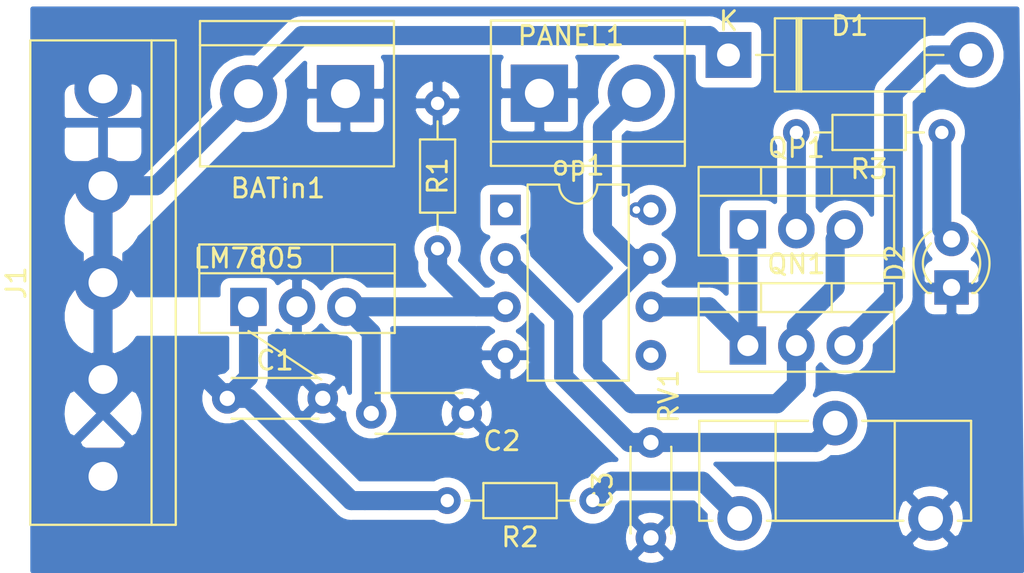
<source format=kicad_pcb>
(kicad_pcb (version 20171130) (host pcbnew "(5.1.5)-3")

  (general
    (thickness 1.6)
    (drawings 1)
    (tracks 59)
    (zones 0)
    (modules 16)
    (nets 14)
  )

  (page A4)
  (layers
    (0 F.Cu signal)
    (31 B.Cu signal)
    (32 B.Adhes user)
    (33 F.Adhes user)
    (34 B.Paste user)
    (35 F.Paste user)
    (36 B.SilkS user)
    (37 F.SilkS user)
    (38 B.Mask user)
    (39 F.Mask user)
    (40 Dwgs.User user)
    (41 Cmts.User user)
    (42 Eco1.User user)
    (43 Eco2.User user)
    (44 Edge.Cuts user)
    (45 Margin user)
    (46 B.CrtYd user)
    (47 F.CrtYd user)
    (48 B.Fab user)
    (49 F.Fab user)
  )

  (setup
    (last_trace_width 1)
    (user_trace_width 0.4)
    (user_trace_width 0.9)
    (user_trace_width 1)
    (trace_clearance 0.2)
    (zone_clearance 0.508)
    (zone_45_only no)
    (trace_min 0.2)
    (via_size 0.8)
    (via_drill 0.4)
    (via_min_size 0.4)
    (via_min_drill 0.3)
    (uvia_size 0.3)
    (uvia_drill 0.1)
    (uvias_allowed no)
    (uvia_min_size 0.2)
    (uvia_min_drill 0.1)
    (edge_width 0.05)
    (segment_width 0.2)
    (pcb_text_width 0.3)
    (pcb_text_size 1.5 1.5)
    (mod_edge_width 0.12)
    (mod_text_size 1 1)
    (mod_text_width 0.15)
    (pad_size 1.4 1.4)
    (pad_drill 0.7)
    (pad_to_mask_clearance 0.051)
    (solder_mask_min_width 0.25)
    (aux_axis_origin 0 0)
    (visible_elements 7FFFEFFF)
    (pcbplotparams
      (layerselection 0x010fc_ffffffff)
      (usegerberextensions false)
      (usegerberattributes false)
      (usegerberadvancedattributes false)
      (creategerberjobfile false)
      (excludeedgelayer true)
      (linewidth 0.100000)
      (plotframeref false)
      (viasonmask false)
      (mode 1)
      (useauxorigin false)
      (hpglpennumber 1)
      (hpglpenspeed 20)
      (hpglpendiameter 15.000000)
      (psnegative false)
      (psa4output false)
      (plotreference true)
      (plotvalue true)
      (plotinvisibletext false)
      (padsonsilk false)
      (subtractmaskfromsilk false)
      (outputformat 1)
      (mirror false)
      (drillshape 1)
      (scaleselection 1)
      (outputdirectory ""))
  )

  (net 0 "")
  (net 1 "Net-(BATin1-Pad2)")
  (net 2 Earth)
  (net 3 "Net-(C2-Pad1)")
  (net 4 "Net-(C3-Pad2)")
  (net 5 "Net-(op1-Pad8)")
  (net 6 "Net-(op1-Pad5)")
  (net 7 "Net-(op1-Pad1)")
  (net 8 "Net-(D2-Pad2)")
  (net 9 "Net-(PANEL1-Pad2)")
  (net 10 "Net-(R2-Pad1)")
  (net 11 "Net-(D1-Pad2)")
  (net 12 "Net-(QN1-Pad1)")
  (net 13 "Net-(QP1-Pad2)")

  (net_class Default "Esta es la clase de red por defecto."
    (clearance 0.2)
    (trace_width 0.25)
    (via_dia 0.8)
    (via_drill 0.4)
    (uvia_dia 0.3)
    (uvia_drill 0.1)
    (add_net Earth)
    (add_net "Net-(BATin1-Pad2)")
    (add_net "Net-(C2-Pad1)")
    (add_net "Net-(C3-Pad2)")
    (add_net "Net-(D1-Pad2)")
    (add_net "Net-(D2-Pad2)")
    (add_net "Net-(PANEL1-Pad2)")
    (add_net "Net-(QN1-Pad1)")
    (add_net "Net-(QP1-Pad2)")
    (add_net "Net-(R2-Pad1)")
    (add_net "Net-(op1-Pad1)")
    (add_net "Net-(op1-Pad5)")
    (add_net "Net-(op1-Pad8)")
  )

  (module TerminalBlock:TerminalBlock_bornier-5_P5.08mm (layer F.Cu) (tedit 59FF03DE) (tstamp 5EFA17A8)
    (at 110.49 85.09 90)
    (descr "simple 5-pin terminal block, pitch 5.08mm, revamped version of bornier5")
    (tags "terminal block bornier5")
    (path /5EFA25E1)
    (fp_text reference J1 (at 10.15 -4.55 90) (layer F.SilkS)
      (effects (font (size 1 1) (thickness 0.15)))
    )
    (fp_text value Screw_Terminal_01x05 (at 10.15 4.6 90) (layer F.Fab)
      (effects (font (size 1 1) (thickness 0.15)))
    )
    (fp_line (start 23.06 4) (end -2.74 4) (layer F.CrtYd) (width 0.05))
    (fp_line (start 23.06 4) (end 23.06 -4) (layer F.CrtYd) (width 0.05))
    (fp_line (start -2.74 -4) (end -2.74 4) (layer F.CrtYd) (width 0.05))
    (fp_line (start -2.74 -4) (end 23.06 -4) (layer F.CrtYd) (width 0.05))
    (fp_line (start -2.54 -3.81) (end -2.54 3.81) (layer F.SilkS) (width 0.12))
    (fp_line (start 22.86 -3.81) (end 22.86 3.81) (layer F.SilkS) (width 0.12))
    (fp_line (start -2.54 -3.81) (end 22.86 -3.81) (layer F.SilkS) (width 0.12))
    (fp_line (start -2.54 2.54) (end 22.86 2.54) (layer F.SilkS) (width 0.12))
    (fp_line (start -2.54 3.81) (end 22.86 3.81) (layer F.SilkS) (width 0.12))
    (fp_line (start 22.81 -3.75) (end -2.49 -3.75) (layer F.Fab) (width 0.1))
    (fp_line (start 22.81 3.75) (end 22.81 -3.75) (layer F.Fab) (width 0.1))
    (fp_line (start -2.49 3.75) (end 22.81 3.75) (layer F.Fab) (width 0.1))
    (fp_line (start -2.49 -3.75) (end -2.49 3.75) (layer F.Fab) (width 0.1))
    (fp_line (start -2.49 2.55) (end 22.81 2.55) (layer F.Fab) (width 0.1))
    (fp_text user %R (at 10.16 0 90) (layer F.Fab)
      (effects (font (size 1 1) (thickness 0.15)))
    )
    (pad 5 thru_hole circle (at 20.32 0 90) (size 3 3) (drill 1.52) (layers *.Cu *.Mask)
      (net 2 Earth))
    (pad 4 thru_hole circle (at 15.24 0 90) (size 3 3) (drill 1.52) (layers *.Cu *.Mask)
      (net 1 "Net-(BATin1-Pad2)"))
    (pad 1 thru_hole rect (at 0 0 90) (size 3 3) (drill 1.52) (layers *.Cu *.Mask)
      (net 2 Earth))
    (pad 3 thru_hole circle (at 10.16 0 90) (size 3 3) (drill 1.52) (layers *.Cu *.Mask)
      (net 1 "Net-(BATin1-Pad2)"))
    (pad 2 thru_hole circle (at 5.08 0 90) (size 3 3) (drill 1.52) (layers *.Cu *.Mask)
      (net 1 "Net-(BATin1-Pad2)"))
    (model ${KISYS3DMOD}/TerminalBlock.3dshapes/TerminalBlock_bornier-5_P5.08mm.wrl
      (offset (xyz 10.15999984741211 0 0))
      (scale (xyz 1 1 1))
      (rotate (xyz 0 0 0))
    )
  )

  (module Diode_THT:D_DO-15_P12.70mm_Horizontal (layer F.Cu) (tedit 5AE50CD5) (tstamp 5EE19A88)
    (at 143.256 62.992)
    (descr "Diode, DO-15 series, Axial, Horizontal, pin pitch=12.7mm, , length*diameter=7.6*3.6mm^2, , http://www.diodes.com/_files/packages/DO-15.pdf")
    (tags "Diode DO-15 series Axial Horizontal pin pitch 12.7mm  length 7.6mm diameter 3.6mm")
    (path /5EE23C5E)
    (fp_text reference D1 (at 6.35 -1.524) (layer F.SilkS)
      (effects (font (size 1 1) (thickness 0.15)))
    )
    (fp_text value D_Zener (at 6.35 2.92) (layer F.Fab)
      (effects (font (size 1 1) (thickness 0.15)))
    )
    (fp_text user K (at 0 -1.778) (layer F.SilkS)
      (effects (font (size 1 1) (thickness 0.15)))
    )
    (fp_text user K (at 0 -1.778) (layer F.Fab)
      (effects (font (size 1 1) (thickness 0.15)))
    )
    (fp_text user %R (at 6.92 0) (layer F.Fab)
      (effects (font (size 1 1) (thickness 0.15)))
    )
    (fp_line (start 14.15 -2.05) (end -1.45 -2.05) (layer F.CrtYd) (width 0.05))
    (fp_line (start 14.15 2.05) (end 14.15 -2.05) (layer F.CrtYd) (width 0.05))
    (fp_line (start -1.45 2.05) (end 14.15 2.05) (layer F.CrtYd) (width 0.05))
    (fp_line (start -1.45 -2.05) (end -1.45 2.05) (layer F.CrtYd) (width 0.05))
    (fp_line (start 3.57 -1.92) (end 3.57 1.92) (layer F.SilkS) (width 0.12))
    (fp_line (start 3.81 -1.92) (end 3.81 1.92) (layer F.SilkS) (width 0.12))
    (fp_line (start 3.69 -1.92) (end 3.69 1.92) (layer F.SilkS) (width 0.12))
    (fp_line (start 11.26 0) (end 10.27 0) (layer F.SilkS) (width 0.12))
    (fp_line (start 1.44 0) (end 2.43 0) (layer F.SilkS) (width 0.12))
    (fp_line (start 10.27 -1.92) (end 2.43 -1.92) (layer F.SilkS) (width 0.12))
    (fp_line (start 10.27 1.92) (end 10.27 -1.92) (layer F.SilkS) (width 0.12))
    (fp_line (start 2.43 1.92) (end 10.27 1.92) (layer F.SilkS) (width 0.12))
    (fp_line (start 2.43 -1.92) (end 2.43 1.92) (layer F.SilkS) (width 0.12))
    (fp_line (start 3.59 -1.8) (end 3.59 1.8) (layer F.Fab) (width 0.1))
    (fp_line (start 3.79 -1.8) (end 3.79 1.8) (layer F.Fab) (width 0.1))
    (fp_line (start 3.69 -1.8) (end 3.69 1.8) (layer F.Fab) (width 0.1))
    (fp_line (start 12.7 0) (end 10.15 0) (layer F.Fab) (width 0.1))
    (fp_line (start 0 0) (end 2.55 0) (layer F.Fab) (width 0.1))
    (fp_line (start 10.15 -1.8) (end 2.55 -1.8) (layer F.Fab) (width 0.1))
    (fp_line (start 10.15 1.8) (end 10.15 -1.8) (layer F.Fab) (width 0.1))
    (fp_line (start 2.55 1.8) (end 10.15 1.8) (layer F.Fab) (width 0.1))
    (fp_line (start 2.55 -1.8) (end 2.55 1.8) (layer F.Fab) (width 0.1))
    (pad 2 thru_hole oval (at 12.7 0) (size 2.4 2.4) (drill 1.2) (layers *.Cu *.Mask)
      (net 11 "Net-(D1-Pad2)"))
    (pad 1 thru_hole rect (at 0 0) (size 2.4 2.4) (drill 1.2) (layers *.Cu *.Mask)
      (net 1 "Net-(BATin1-Pad2)"))
    (model ${KISYS3DMOD}/Diode_THT.3dshapes/D_DO-15_P12.70mm_Horizontal.wrl
      (at (xyz 0 0 0))
      (scale (xyz 1 1 1))
      (rotate (xyz 0 0 0))
    )
  )

  (module Resistor_THT:R_Axial_DIN0204_L3.6mm_D1.6mm_P7.62mm_Horizontal (layer F.Cu) (tedit 5AE5139B) (tstamp 5EE19B8B)
    (at 154.432 67.056 180)
    (descr "Resistor, Axial_DIN0204 series, Axial, Horizontal, pin pitch=7.62mm, 0.167W, length*diameter=3.6*1.6mm^2, http://cdn-reichelt.de/documents/datenblatt/B400/1_4W%23YAG.pdf")
    (tags "Resistor Axial_DIN0204 series Axial Horizontal pin pitch 7.62mm 0.167W length 3.6mm diameter 1.6mm")
    (path /5EBF2660)
    (fp_text reference R3 (at 3.81 -1.92) (layer F.SilkS)
      (effects (font (size 1 1) (thickness 0.15)))
    )
    (fp_text value 1.2K (at 3.81 1.92) (layer F.Fab)
      (effects (font (size 1 1) (thickness 0.15)))
    )
    (fp_text user %R (at 3.81 0) (layer F.Fab)
      (effects (font (size 0.72 0.72) (thickness 0.108)))
    )
    (fp_line (start 8.57 -1.05) (end -0.95 -1.05) (layer F.CrtYd) (width 0.05))
    (fp_line (start 8.57 1.05) (end 8.57 -1.05) (layer F.CrtYd) (width 0.05))
    (fp_line (start -0.95 1.05) (end 8.57 1.05) (layer F.CrtYd) (width 0.05))
    (fp_line (start -0.95 -1.05) (end -0.95 1.05) (layer F.CrtYd) (width 0.05))
    (fp_line (start 6.68 0) (end 5.73 0) (layer F.SilkS) (width 0.12))
    (fp_line (start 0.94 0) (end 1.89 0) (layer F.SilkS) (width 0.12))
    (fp_line (start 5.73 -0.92) (end 1.89 -0.92) (layer F.SilkS) (width 0.12))
    (fp_line (start 5.73 0.92) (end 5.73 -0.92) (layer F.SilkS) (width 0.12))
    (fp_line (start 1.89 0.92) (end 5.73 0.92) (layer F.SilkS) (width 0.12))
    (fp_line (start 1.89 -0.92) (end 1.89 0.92) (layer F.SilkS) (width 0.12))
    (fp_line (start 7.62 0) (end 5.61 0) (layer F.Fab) (width 0.1))
    (fp_line (start 0 0) (end 2.01 0) (layer F.Fab) (width 0.1))
    (fp_line (start 5.61 -0.8) (end 2.01 -0.8) (layer F.Fab) (width 0.1))
    (fp_line (start 5.61 0.8) (end 5.61 -0.8) (layer F.Fab) (width 0.1))
    (fp_line (start 2.01 0.8) (end 5.61 0.8) (layer F.Fab) (width 0.1))
    (fp_line (start 2.01 -0.8) (end 2.01 0.8) (layer F.Fab) (width 0.1))
    (pad 2 thru_hole oval (at 7.62 0 180) (size 1.4 1.4) (drill 0.7) (layers *.Cu *.Mask)
      (net 13 "Net-(QP1-Pad2)"))
    (pad 1 thru_hole circle (at 0 0 180) (size 1.4 1.4) (drill 0.7) (layers *.Cu *.Mask)
      (net 8 "Net-(D2-Pad2)"))
    (model ${KISYS3DMOD}/Resistor_THT.3dshapes/R_Axial_DIN0204_L3.6mm_D1.6mm_P7.62mm_Horizontal.wrl
      (at (xyz 0 0 0))
      (scale (xyz 1 1 1))
      (rotate (xyz 0 0 0))
    )
  )

  (module Package_TO_SOT_THT:TO-220-3_Vertical (layer F.Cu) (tedit 5AC8BA0D) (tstamp 5EE18883)
    (at 144.272 72.136)
    (descr "TO-220-3, Vertical, RM 2.54mm, see https://www.vishay.com/docs/66542/to-220-1.pdf")
    (tags "TO-220-3 Vertical RM 2.54mm")
    (path /5EE20C18)
    (fp_text reference QP1 (at 2.54 -4.27) (layer F.SilkS)
      (effects (font (size 1 1) (thickness 0.15)))
    )
    (fp_text value IRF9540N (at 2.54 2.5) (layer F.Fab)
      (effects (font (size 1 1) (thickness 0.15)))
    )
    (fp_text user %R (at 2.54 -4.27) (layer F.Fab)
      (effects (font (size 1 1) (thickness 0.15)))
    )
    (fp_line (start 7.79 -3.4) (end -2.71 -3.4) (layer F.CrtYd) (width 0.05))
    (fp_line (start 7.79 1.51) (end 7.79 -3.4) (layer F.CrtYd) (width 0.05))
    (fp_line (start -2.71 1.51) (end 7.79 1.51) (layer F.CrtYd) (width 0.05))
    (fp_line (start -2.71 -3.4) (end -2.71 1.51) (layer F.CrtYd) (width 0.05))
    (fp_line (start 4.391 -3.27) (end 4.391 -1.76) (layer F.SilkS) (width 0.12))
    (fp_line (start 0.69 -3.27) (end 0.69 -1.76) (layer F.SilkS) (width 0.12))
    (fp_line (start -2.58 -1.76) (end 7.66 -1.76) (layer F.SilkS) (width 0.12))
    (fp_line (start 7.66 -3.27) (end 7.66 1.371) (layer F.SilkS) (width 0.12))
    (fp_line (start -2.58 -3.27) (end -2.58 1.371) (layer F.SilkS) (width 0.12))
    (fp_line (start -2.58 1.371) (end 7.66 1.371) (layer F.SilkS) (width 0.12))
    (fp_line (start -2.58 -3.27) (end 7.66 -3.27) (layer F.SilkS) (width 0.12))
    (fp_line (start 4.39 -3.15) (end 4.39 -1.88) (layer F.Fab) (width 0.1))
    (fp_line (start 0.69 -3.15) (end 0.69 -1.88) (layer F.Fab) (width 0.1))
    (fp_line (start -2.46 -1.88) (end 7.54 -1.88) (layer F.Fab) (width 0.1))
    (fp_line (start 7.54 -3.15) (end -2.46 -3.15) (layer F.Fab) (width 0.1))
    (fp_line (start 7.54 1.25) (end 7.54 -3.15) (layer F.Fab) (width 0.1))
    (fp_line (start -2.46 1.25) (end 7.54 1.25) (layer F.Fab) (width 0.1))
    (fp_line (start -2.46 -3.15) (end -2.46 1.25) (layer F.Fab) (width 0.1))
    (pad 3 thru_hole oval (at 5.08 0) (size 1.905 2) (drill 1.1) (layers *.Cu *.Mask)
      (net 9 "Net-(PANEL1-Pad2)"))
    (pad 2 thru_hole oval (at 2.54 0) (size 1.905 2) (drill 1.1) (layers *.Cu *.Mask)
      (net 13 "Net-(QP1-Pad2)"))
    (pad 1 thru_hole rect (at 0 0) (size 1.905 2) (drill 1.1) (layers *.Cu *.Mask)
      (net 12 "Net-(QN1-Pad1)"))
    (model ${KISYS3DMOD}/Package_TO_SOT_THT.3dshapes/TO-220-3_Vertical.wrl
      (at (xyz 0 0 0))
      (scale (xyz 1 1 1))
      (rotate (xyz 0 0 0))
    )
  )

  (module Package_TO_SOT_THT:TO-220-3_Vertical (layer F.Cu) (tedit 5AC8BA0D) (tstamp 5EE18869)
    (at 144.272 78.232)
    (descr "TO-220-3, Vertical, RM 2.54mm, see https://www.vishay.com/docs/66542/to-220-1.pdf")
    (tags "TO-220-3 Vertical RM 2.54mm")
    (path /5EE22681)
    (fp_text reference QN1 (at 2.54 -4.27) (layer F.SilkS)
      (effects (font (size 1 1) (thickness 0.15)))
    )
    (fp_text value IRF540N (at 2.54 2.5) (layer F.Fab)
      (effects (font (size 1 1) (thickness 0.15)))
    )
    (fp_text user %R (at 2.54 -4.27) (layer F.Fab)
      (effects (font (size 1 1) (thickness 0.15)))
    )
    (fp_line (start 7.79 -3.4) (end -2.71 -3.4) (layer F.CrtYd) (width 0.05))
    (fp_line (start 7.79 1.51) (end 7.79 -3.4) (layer F.CrtYd) (width 0.05))
    (fp_line (start -2.71 1.51) (end 7.79 1.51) (layer F.CrtYd) (width 0.05))
    (fp_line (start -2.71 -3.4) (end -2.71 1.51) (layer F.CrtYd) (width 0.05))
    (fp_line (start 4.391 -3.27) (end 4.391 -1.76) (layer F.SilkS) (width 0.12))
    (fp_line (start 0.69 -3.27) (end 0.69 -1.76) (layer F.SilkS) (width 0.12))
    (fp_line (start -2.58 -1.76) (end 7.66 -1.76) (layer F.SilkS) (width 0.12))
    (fp_line (start 7.66 -3.27) (end 7.66 1.371) (layer F.SilkS) (width 0.12))
    (fp_line (start -2.58 -3.27) (end -2.58 1.371) (layer F.SilkS) (width 0.12))
    (fp_line (start -2.58 1.371) (end 7.66 1.371) (layer F.SilkS) (width 0.12))
    (fp_line (start -2.58 -3.27) (end 7.66 -3.27) (layer F.SilkS) (width 0.12))
    (fp_line (start 4.39 -3.15) (end 4.39 -1.88) (layer F.Fab) (width 0.1))
    (fp_line (start 0.69 -3.15) (end 0.69 -1.88) (layer F.Fab) (width 0.1))
    (fp_line (start -2.46 -1.88) (end 7.54 -1.88) (layer F.Fab) (width 0.1))
    (fp_line (start 7.54 -3.15) (end -2.46 -3.15) (layer F.Fab) (width 0.1))
    (fp_line (start 7.54 1.25) (end 7.54 -3.15) (layer F.Fab) (width 0.1))
    (fp_line (start -2.46 1.25) (end 7.54 1.25) (layer F.Fab) (width 0.1))
    (fp_line (start -2.46 -3.15) (end -2.46 1.25) (layer F.Fab) (width 0.1))
    (pad 3 thru_hole oval (at 5.08 0) (size 1.905 2) (drill 1.1) (layers *.Cu *.Mask)
      (net 11 "Net-(D1-Pad2)"))
    (pad 2 thru_hole oval (at 2.54 0) (size 1.905 2) (drill 1.1) (layers *.Cu *.Mask)
      (net 9 "Net-(PANEL1-Pad2)"))
    (pad 1 thru_hole rect (at 0 0) (size 1.905 2) (drill 1.1) (layers *.Cu *.Mask)
      (net 12 "Net-(QN1-Pad1)"))
    (model ${KISYS3DMOD}/Package_TO_SOT_THT.3dshapes/TO-220-3_Vertical.wrl
      (at (xyz 0 0 0))
      (scale (xyz 1 1 1))
      (rotate (xyz 0 0 0))
    )
  )

  (module Package_DIP:DIP-8_W7.62mm (layer F.Cu) (tedit 5A02E8C5) (tstamp 5EE18827)
    (at 131.572 71.12)
    (descr "8-lead though-hole mounted DIP package, row spacing 7.62 mm (300 mils)")
    (tags "THT DIP DIL PDIP 2.54mm 7.62mm 300mil")
    (path /5E9EA082)
    (fp_text reference op1 (at 3.81 -2.33) (layer F.SilkS)
      (effects (font (size 1 1) (thickness 0.15)))
    )
    (fp_text value OP07 (at 3.81 9.95) (layer F.Fab)
      (effects (font (size 1 1) (thickness 0.15)))
    )
    (fp_text user %R (at 3.81 3.81) (layer F.Fab)
      (effects (font (size 1 1) (thickness 0.15)))
    )
    (fp_line (start 8.7 -1.55) (end -1.1 -1.55) (layer F.CrtYd) (width 0.05))
    (fp_line (start 8.7 9.15) (end 8.7 -1.55) (layer F.CrtYd) (width 0.05))
    (fp_line (start -1.1 9.15) (end 8.7 9.15) (layer F.CrtYd) (width 0.05))
    (fp_line (start -1.1 -1.55) (end -1.1 9.15) (layer F.CrtYd) (width 0.05))
    (fp_line (start 6.46 -1.33) (end 4.81 -1.33) (layer F.SilkS) (width 0.12))
    (fp_line (start 6.46 8.95) (end 6.46 -1.33) (layer F.SilkS) (width 0.12))
    (fp_line (start 1.16 8.95) (end 6.46 8.95) (layer F.SilkS) (width 0.12))
    (fp_line (start 1.16 -1.33) (end 1.16 8.95) (layer F.SilkS) (width 0.12))
    (fp_line (start 2.81 -1.33) (end 1.16 -1.33) (layer F.SilkS) (width 0.12))
    (fp_line (start 0.635 -0.27) (end 1.635 -1.27) (layer F.Fab) (width 0.1))
    (fp_line (start 0.635 8.89) (end 0.635 -0.27) (layer F.Fab) (width 0.1))
    (fp_line (start 6.985 8.89) (end 0.635 8.89) (layer F.Fab) (width 0.1))
    (fp_line (start 6.985 -1.27) (end 6.985 8.89) (layer F.Fab) (width 0.1))
    (fp_line (start 1.635 -1.27) (end 6.985 -1.27) (layer F.Fab) (width 0.1))
    (fp_arc (start 3.81 -1.33) (end 2.81 -1.33) (angle -180) (layer F.SilkS) (width 0.12))
    (pad 8 thru_hole oval (at 7.62 0) (size 1.6 1.6) (drill 0.8) (layers *.Cu *.Mask)
      (net 5 "Net-(op1-Pad8)"))
    (pad 4 thru_hole oval (at 0 7.62) (size 1.6 1.6) (drill 0.8) (layers *.Cu *.Mask)
      (net 2 Earth))
    (pad 7 thru_hole oval (at 7.62 2.54) (size 1.6 1.6) (drill 0.8) (layers *.Cu *.Mask)
      (net 9 "Net-(PANEL1-Pad2)"))
    (pad 3 thru_hole oval (at 0 5.08) (size 1.6 1.6) (drill 0.8) (layers *.Cu *.Mask)
      (net 3 "Net-(C2-Pad1)"))
    (pad 6 thru_hole oval (at 7.62 5.08) (size 1.6 1.6) (drill 0.8) (layers *.Cu *.Mask)
      (net 12 "Net-(QN1-Pad1)"))
    (pad 2 thru_hole oval (at 0 2.54) (size 1.6 1.6) (drill 0.8) (layers *.Cu *.Mask)
      (net 4 "Net-(C3-Pad2)"))
    (pad 5 thru_hole oval (at 7.62 7.62) (size 1.6 1.6) (drill 0.8) (layers *.Cu *.Mask)
      (net 6 "Net-(op1-Pad5)"))
    (pad 1 thru_hole rect (at 0 0) (size 1.6 1.6) (drill 0.8) (layers *.Cu *.Mask)
      (net 7 "Net-(op1-Pad1)"))
    (model ${KISYS3DMOD}/Package_DIP.3dshapes/DIP-8_W7.62mm.wrl
      (at (xyz 0 0 0))
      (scale (xyz 1 1 1))
      (rotate (xyz 0 0 0))
    )
  )

  (module LED_THT:LED_D3.0mm (layer F.Cu) (tedit 587A3A7B) (tstamp 5EE187D9)
    (at 154.94 75.184 90)
    (descr "LED, diameter 3.0mm, 2 pins")
    (tags "LED diameter 3.0mm 2 pins")
    (path /5EDE7369)
    (fp_text reference D2 (at 1.27 -2.96 90) (layer F.SilkS)
      (effects (font (size 1 1) (thickness 0.15)))
    )
    (fp_text value LED (at 1.27 2.96 90) (layer F.Fab)
      (effects (font (size 1 1) (thickness 0.15)))
    )
    (fp_line (start 3.7 -2.25) (end -1.15 -2.25) (layer F.CrtYd) (width 0.05))
    (fp_line (start 3.7 2.25) (end 3.7 -2.25) (layer F.CrtYd) (width 0.05))
    (fp_line (start -1.15 2.25) (end 3.7 2.25) (layer F.CrtYd) (width 0.05))
    (fp_line (start -1.15 -2.25) (end -1.15 2.25) (layer F.CrtYd) (width 0.05))
    (fp_line (start -0.29 1.08) (end -0.29 1.236) (layer F.SilkS) (width 0.12))
    (fp_line (start -0.29 -1.236) (end -0.29 -1.08) (layer F.SilkS) (width 0.12))
    (fp_line (start -0.23 -1.16619) (end -0.23 1.16619) (layer F.Fab) (width 0.1))
    (fp_circle (center 1.27 0) (end 2.77 0) (layer F.Fab) (width 0.1))
    (fp_arc (start 1.27 0) (end 0.229039 1.08) (angle -87.9) (layer F.SilkS) (width 0.12))
    (fp_arc (start 1.27 0) (end 0.229039 -1.08) (angle 87.9) (layer F.SilkS) (width 0.12))
    (fp_arc (start 1.27 0) (end -0.29 1.235516) (angle -108.8) (layer F.SilkS) (width 0.12))
    (fp_arc (start 1.27 0) (end -0.29 -1.235516) (angle 108.8) (layer F.SilkS) (width 0.12))
    (fp_arc (start 1.27 0) (end -0.23 -1.16619) (angle 284.3) (layer F.Fab) (width 0.1))
    (pad 2 thru_hole circle (at 2.54 0 90) (size 1.8 1.8) (drill 0.9) (layers *.Cu *.Mask)
      (net 8 "Net-(D2-Pad2)"))
    (pad 1 thru_hole rect (at 0 0 90) (size 1.8 1.8) (drill 0.9) (layers *.Cu *.Mask)
      (net 2 Earth))
    (model ${KISYS3DMOD}/LED_THT.3dshapes/LED_D3.0mm.wrl
      (at (xyz 0 0 0))
      (scale (xyz 1 1 1))
      (rotate (xyz 0 0 0))
    )
  )

  (module Resistor_THT:R_Axial_DIN0204_L3.6mm_D1.6mm_P7.62mm_Horizontal (layer F.Cu) (tedit 5AE5139B) (tstamp 5ECEEE16)
    (at 136.144 86.36 180)
    (descr "Resistor, Axial_DIN0204 series, Axial, Horizontal, pin pitch=7.62mm, 0.167W, length*diameter=3.6*1.6mm^2, http://cdn-reichelt.de/documents/datenblatt/B400/1_4W%23YAG.pdf")
    (tags "Resistor Axial_DIN0204 series Axial Horizontal pin pitch 7.62mm 0.167W length 3.6mm diameter 1.6mm")
    (path /5E9F03A1)
    (fp_text reference R2 (at 3.81 -1.92) (layer F.SilkS)
      (effects (font (size 1 1) (thickness 0.15)))
    )
    (fp_text value 82K (at 3.81 1.92) (layer F.Fab)
      (effects (font (size 1 1) (thickness 0.15)))
    )
    (fp_text user %R (at 3.81 0) (layer F.Fab)
      (effects (font (size 0.72 0.72) (thickness 0.108)))
    )
    (fp_line (start 8.57 -1.05) (end -0.95 -1.05) (layer F.CrtYd) (width 0.05))
    (fp_line (start 8.57 1.05) (end 8.57 -1.05) (layer F.CrtYd) (width 0.05))
    (fp_line (start -0.95 1.05) (end 8.57 1.05) (layer F.CrtYd) (width 0.05))
    (fp_line (start -0.95 -1.05) (end -0.95 1.05) (layer F.CrtYd) (width 0.05))
    (fp_line (start 6.68 0) (end 5.73 0) (layer F.SilkS) (width 0.12))
    (fp_line (start 0.94 0) (end 1.89 0) (layer F.SilkS) (width 0.12))
    (fp_line (start 5.73 -0.92) (end 1.89 -0.92) (layer F.SilkS) (width 0.12))
    (fp_line (start 5.73 0.92) (end 5.73 -0.92) (layer F.SilkS) (width 0.12))
    (fp_line (start 1.89 0.92) (end 5.73 0.92) (layer F.SilkS) (width 0.12))
    (fp_line (start 1.89 -0.92) (end 1.89 0.92) (layer F.SilkS) (width 0.12))
    (fp_line (start 7.62 0) (end 5.61 0) (layer F.Fab) (width 0.1))
    (fp_line (start 0 0) (end 2.01 0) (layer F.Fab) (width 0.1))
    (fp_line (start 5.61 -0.8) (end 2.01 -0.8) (layer F.Fab) (width 0.1))
    (fp_line (start 5.61 0.8) (end 5.61 -0.8) (layer F.Fab) (width 0.1))
    (fp_line (start 2.01 0.8) (end 5.61 0.8) (layer F.Fab) (width 0.1))
    (fp_line (start 2.01 -0.8) (end 2.01 0.8) (layer F.Fab) (width 0.1))
    (pad 2 thru_hole oval (at 7.62 0 180) (size 1.4 1.4) (drill 0.7) (layers *.Cu *.Mask)
      (net 1 "Net-(BATin1-Pad2)"))
    (pad 1 thru_hole circle (at 0 0 180) (size 1.4 1.4) (drill 0.7) (layers *.Cu *.Mask)
      (net 10 "Net-(R2-Pad1)"))
    (model ${KISYS3DMOD}/Resistor_THT.3dshapes/R_Axial_DIN0204_L3.6mm_D1.6mm_P7.62mm_Horizontal.wrl
      (at (xyz 0 0 0))
      (scale (xyz 1 1 1))
      (rotate (xyz 0 0 0))
    )
  )

  (module Capacitor_THT:C_Disc_D4.3mm_W1.9mm_P5.00mm (layer F.Cu) (tedit 5AE50EF0) (tstamp 5EBE6602)
    (at 139.192 88.312 90)
    (descr "C, Disc series, Radial, pin pitch=5.00mm, , diameter*width=4.3*1.9mm^2, Capacitor, http://www.vishay.com/docs/45233/krseries.pdf")
    (tags "C Disc series Radial pin pitch 5.00mm  diameter 4.3mm width 1.9mm Capacitor")
    (path /5E9EDB4A)
    (fp_text reference C3 (at 2.5 -2.53 270) (layer F.SilkS)
      (effects (font (size 1 1) (thickness 0.15)))
    )
    (fp_text value 100nF (at 2.5 2.2 270) (layer F.Fab)
      (effects (font (size 1 1) (thickness 0.15)))
    )
    (fp_text user %R (at 2.5 0 270) (layer F.Fab)
      (effects (font (size 0.86 0.86) (thickness 0.129)))
    )
    (fp_line (start 6.05 -1.2) (end -1.05 -1.2) (layer F.CrtYd) (width 0.05))
    (fp_line (start 6.05 1.2) (end 6.05 -1.2) (layer F.CrtYd) (width 0.05))
    (fp_line (start -1.05 1.2) (end 6.05 1.2) (layer F.CrtYd) (width 0.05))
    (fp_line (start -1.05 -1.2) (end -1.05 1.2) (layer F.CrtYd) (width 0.05))
    (fp_line (start 4.77 1.055) (end 4.77 1.07) (layer F.SilkS) (width 0.12))
    (fp_line (start 4.77 -1.07) (end 4.77 -1.055) (layer F.SilkS) (width 0.12))
    (fp_line (start 0.23 1.055) (end 0.23 1.07) (layer F.SilkS) (width 0.12))
    (fp_line (start 0.23 -1.07) (end 0.23 -1.055) (layer F.SilkS) (width 0.12))
    (fp_line (start 0.23 1.07) (end 4.77 1.07) (layer F.SilkS) (width 0.12))
    (fp_line (start 0.23 -1.07) (end 4.77 -1.07) (layer F.SilkS) (width 0.12))
    (fp_line (start 4.65 -0.95) (end 0.35 -0.95) (layer F.Fab) (width 0.1))
    (fp_line (start 4.65 0.95) (end 4.65 -0.95) (layer F.Fab) (width 0.1))
    (fp_line (start 0.35 0.95) (end 4.65 0.95) (layer F.Fab) (width 0.1))
    (fp_line (start 0.35 -0.95) (end 0.35 0.95) (layer F.Fab) (width 0.1))
    (pad 2 thru_hole circle (at 5 0 90) (size 1.6 1.6) (drill 0.8) (layers *.Cu *.Mask)
      (net 4 "Net-(C3-Pad2)"))
    (pad 1 thru_hole circle (at 0 0 90) (size 1.6 1.6) (drill 0.8) (layers *.Cu *.Mask)
      (net 2 Earth))
    (model ${KISYS3DMOD}/Capacitor_THT.3dshapes/C_Disc_D4.3mm_W1.9mm_P5.00mm.wrl
      (at (xyz 0 0 0))
      (scale (xyz 1 1 1))
      (rotate (xyz 0 0 0))
    )
  )

  (module Potentiometer_THT:Potentiometer_ACP_CA14-H5_Horizontal (layer F.Cu) (tedit 5ECE84F4) (tstamp 5EDD7439)
    (at 143.844 87.296 90)
    (descr "Potentiometer, horizontal, ACP CA14-H5, http://www.acptechnologies.com/wp-content/uploads/2017/10/03-ACP-CA14-CE14.pdf")
    (tags "Potentiometer horizontal ACP CA14-H5")
    (path /5E9EA848)
    (fp_text reference RV1 (at 6.4 -3.72 270) (layer F.SilkS)
      (effects (font (size 1 1) (thickness 0.15)))
    )
    (fp_text value R_POT (at 0 13.25 270) (layer F.Fab)
      (effects (font (size 1 1) (thickness 0.15)))
    )
    (fp_text user %R (at 2.5 5 270) (layer F.Fab)
      (effects (font (size 1 1) (thickness 0.15)))
    )
    (fp_line (start 6.45 -2.25) (end -1.45 -2.25) (layer F.CrtYd) (width 0.05))
    (fp_line (start 6.45 12.25) (end 6.45 -2.25) (layer F.CrtYd) (width 0.05))
    (fp_line (start -1.45 12.25) (end 6.45 12.25) (layer F.CrtYd) (width 0.05))
    (fp_line (start -1.45 -2.25) (end -1.45 12.25) (layer F.CrtYd) (width 0.05))
    (fp_line (start 5.12 6.425) (end 5.12 8.121) (layer F.SilkS) (width 0.12))
    (fp_line (start 5.12 1.88) (end 5.12 3.575) (layer F.SilkS) (width 0.12))
    (fp_line (start -0.121 1.88) (end -0.121 8.121) (layer F.SilkS) (width 0.12))
    (fp_line (start -0.121 8.121) (end 5.12 8.121) (layer F.SilkS) (width 0.12))
    (fp_line (start -0.121 1.88) (end 5.12 1.88) (layer F.SilkS) (width 0.12))
    (fp_line (start -0.121 1.426) (end -0.121 8.575) (layer F.SilkS) (width 0.12))
    (fp_line (start -0.121 -2.12) (end -0.121 -1.426) (layer F.SilkS) (width 0.12))
    (fp_line (start -0.121 11.425) (end -0.121 12.12) (layer F.SilkS) (width 0.12))
    (fp_line (start 5.12 6.425) (end 5.12 12.12) (layer F.SilkS) (width 0.12))
    (fp_line (start 5.12 -2.12) (end 5.12 3.575) (layer F.SilkS) (width 0.12))
    (fp_line (start -0.121 12.12) (end 5.12 12.12) (layer F.SilkS) (width 0.12))
    (fp_line (start -0.121 -2.12) (end 5.12 -2.12) (layer F.SilkS) (width 0.12))
    (fp_line (start 5 2) (end 0 2) (layer F.Fab) (width 0.1))
    (fp_line (start 5 8) (end 5 2) (layer F.Fab) (width 0.1))
    (fp_line (start 0 8) (end 5 8) (layer F.Fab) (width 0.1))
    (fp_line (start 0 2) (end 0 8) (layer F.Fab) (width 0.1))
    (fp_line (start 0 -2) (end 5 -2) (layer F.Fab) (width 0.1))
    (fp_line (start 0 12) (end 0 -2) (layer F.Fab) (width 0.1))
    (fp_line (start 5 12) (end 0 12) (layer F.Fab) (width 0.1))
    (fp_line (start 5 -2) (end 5 12) (layer F.Fab) (width 0.1))
    (pad 1 thru_hole circle (at 0 0 90) (size 2.34 2.34) (drill 1.3) (layers *.Cu *.Mask)
      (net 10 "Net-(R2-Pad1)"))
    (pad 2 thru_hole circle (at 5 5 90) (size 2.34 2.34) (drill 1.3) (layers *.Cu *.Mask)
      (net 4 "Net-(C3-Pad2)"))
    (pad 3 thru_hole circle (at 0 10 90) (size 2.34 2.34) (drill 1.3) (layers *.Cu *.Mask)
      (net 2 Earth))
    (model ${KISYS3DMOD}/Potentiometer_THT.3dshapes/Potentiometer_ACP_CA14-H5_Horizontal.wrl
      (at (xyz 0 0 0))
      (scale (xyz 1 1 1))
      (rotate (xyz 0 0 0))
    )
  )

  (module Resistor_THT:R_Axial_DIN0204_L3.6mm_D1.6mm_P7.62mm_Horizontal (layer F.Cu) (tedit 5AE5139B) (tstamp 5EBE66C6)
    (at 128.016 73.152 90)
    (descr "Resistor, Axial_DIN0204 series, Axial, Horizontal, pin pitch=7.62mm, 0.167W, length*diameter=3.6*1.6mm^2, http://cdn-reichelt.de/documents/datenblatt/B400/1_4W%23YAG.pdf")
    (tags "Resistor Axial_DIN0204 series Axial Horizontal pin pitch 7.62mm 0.167W length 3.6mm diameter 1.6mm")
    (path /5E9E8FE4)
    (fp_text reference R1 (at 3.81 0 90) (layer F.SilkS)
      (effects (font (size 1 1) (thickness 0.15)))
    )
    (fp_text value 270K (at 3.81 1.92 90) (layer F.Fab)
      (effects (font (size 1 1) (thickness 0.15)))
    )
    (fp_text user %R (at 3.81 0 90) (layer F.Fab)
      (effects (font (size 0.72 0.72) (thickness 0.108)))
    )
    (fp_line (start 8.57 -1.05) (end -0.95 -1.05) (layer F.CrtYd) (width 0.05))
    (fp_line (start 8.57 1.05) (end 8.57 -1.05) (layer F.CrtYd) (width 0.05))
    (fp_line (start -0.95 1.05) (end 8.57 1.05) (layer F.CrtYd) (width 0.05))
    (fp_line (start -0.95 -1.05) (end -0.95 1.05) (layer F.CrtYd) (width 0.05))
    (fp_line (start 6.68 0) (end 5.73 0) (layer F.SilkS) (width 0.12))
    (fp_line (start 0.94 0) (end 1.89 0) (layer F.SilkS) (width 0.12))
    (fp_line (start 5.73 -0.92) (end 1.89 -0.92) (layer F.SilkS) (width 0.12))
    (fp_line (start 5.73 0.92) (end 5.73 -0.92) (layer F.SilkS) (width 0.12))
    (fp_line (start 1.89 0.92) (end 5.73 0.92) (layer F.SilkS) (width 0.12))
    (fp_line (start 1.89 -0.92) (end 1.89 0.92) (layer F.SilkS) (width 0.12))
    (fp_line (start 7.62 0) (end 5.61 0) (layer F.Fab) (width 0.1))
    (fp_line (start 0 0) (end 2.01 0) (layer F.Fab) (width 0.1))
    (fp_line (start 5.61 -0.8) (end 2.01 -0.8) (layer F.Fab) (width 0.1))
    (fp_line (start 5.61 0.8) (end 5.61 -0.8) (layer F.Fab) (width 0.1))
    (fp_line (start 2.01 0.8) (end 5.61 0.8) (layer F.Fab) (width 0.1))
    (fp_line (start 2.01 -0.8) (end 2.01 0.8) (layer F.Fab) (width 0.1))
    (pad 2 thru_hole oval (at 7.62 0 90) (size 1.4 1.4) (drill 0.7) (layers *.Cu *.Mask)
      (net 2 Earth))
    (pad 1 thru_hole circle (at 0 0 90) (size 1.4 1.4) (drill 0.7) (layers *.Cu *.Mask)
      (net 3 "Net-(C2-Pad1)"))
    (model ${KISYS3DMOD}/Resistor_THT.3dshapes/R_Axial_DIN0204_L3.6mm_D1.6mm_P7.62mm_Horizontal.wrl
      (at (xyz 0 0 0))
      (scale (xyz 1 1 1))
      (rotate (xyz 0 0 0))
    )
  )

  (module TerminalBlock:TerminalBlock_bornier-2_P5.08mm (layer F.Cu) (tedit 59FF03AB) (tstamp 5EBE8E5C)
    (at 123.19 65.024 180)
    (descr "simple 2-pin terminal block, pitch 5.08mm, revamped version of bornier2")
    (tags "terminal block bornier2")
    (path /5E9E5C1C)
    (fp_text reference BATin1 (at 3.54 -4.96 180) (layer F.SilkS)
      (effects (font (size 1 1) (thickness 0.15)))
    )
    (fp_text value Screw_Terminal_01x02 (at 2.54 4.064 180) (layer F.Fab)
      (effects (font (size 1 1) (thickness 0.15)))
    )
    (fp_line (start 7.79 4) (end -2.71 4) (layer F.CrtYd) (width 0.05))
    (fp_line (start 7.79 4) (end 7.79 -4) (layer F.CrtYd) (width 0.05))
    (fp_line (start -2.71 -4) (end -2.71 4) (layer F.CrtYd) (width 0.05))
    (fp_line (start -2.71 -4) (end 7.79 -4) (layer F.CrtYd) (width 0.05))
    (fp_line (start -2.54 3.81) (end 7.62 3.81) (layer F.SilkS) (width 0.12))
    (fp_line (start -2.54 -3.81) (end -2.54 3.81) (layer F.SilkS) (width 0.12))
    (fp_line (start 7.62 -3.81) (end -2.54 -3.81) (layer F.SilkS) (width 0.12))
    (fp_line (start 7.62 3.81) (end 7.62 -3.81) (layer F.SilkS) (width 0.12))
    (fp_line (start 7.62 2.54) (end -2.54 2.54) (layer F.SilkS) (width 0.12))
    (fp_line (start 7.54 -3.75) (end -2.46 -3.75) (layer F.Fab) (width 0.1))
    (fp_line (start 7.54 3.75) (end 7.54 -3.75) (layer F.Fab) (width 0.1))
    (fp_line (start -2.46 3.75) (end 7.54 3.75) (layer F.Fab) (width 0.1))
    (fp_line (start -2.46 -3.75) (end -2.46 3.75) (layer F.Fab) (width 0.1))
    (fp_line (start -2.41 2.55) (end 7.49 2.55) (layer F.Fab) (width 0.1))
    (fp_text user %R (at 2.54 0 180) (layer F.Fab)
      (effects (font (size 1 1) (thickness 0.15)))
    )
    (pad 2 thru_hole circle (at 5.08 0 180) (size 3 3) (drill 1.52) (layers *.Cu *.Mask)
      (net 1 "Net-(BATin1-Pad2)"))
    (pad 1 thru_hole rect (at 0 0 180) (size 3 3) (drill 1.52) (layers *.Cu *.Mask)
      (net 2 Earth))
    (model ${KISYS3DMOD}/TerminalBlock.3dshapes/TerminalBlock_bornier-2_P5.08mm.wrl
      (offset (xyz 2.539999961853027 0 0))
      (scale (xyz 1 1 1))
      (rotate (xyz 0 0 0))
    )
  )

  (module Capacitor_THT:C_Disc_D4.3mm_W1.9mm_P5.00mm (layer F.Cu) (tedit 5AE50EF0) (tstamp 5EBF7176)
    (at 122 81 180)
    (descr "C, Disc series, Radial, pin pitch=5.00mm, , diameter*width=4.3*1.9mm^2, Capacitor, http://www.vishay.com/docs/45233/krseries.pdf")
    (tags "C Disc series Radial pin pitch 5.00mm  diameter 4.3mm width 1.9mm Capacitor")
    (path /5E9E9735)
    (fp_text reference C1 (at 2.5 1.99 180) (layer F.SilkS)
      (effects (font (size 1 1) (thickness 0.15)))
    )
    (fp_text value 330nF (at 2.5 2.2 180) (layer F.Fab)
      (effects (font (size 1 1) (thickness 0.15)))
    )
    (fp_line (start 0.35 -0.95) (end 0.35 0.95) (layer F.Fab) (width 0.1))
    (fp_line (start 0.35 0.95) (end 4.65 0.95) (layer F.Fab) (width 0.1))
    (fp_line (start 4.65 0.95) (end 4.65 -0.95) (layer F.Fab) (width 0.1))
    (fp_line (start 4.65 -0.95) (end 0.35 -0.95) (layer F.Fab) (width 0.1))
    (fp_line (start 0.23 -1.07) (end 4.77 -1.07) (layer F.SilkS) (width 0.12))
    (fp_line (start 0.23 1.07) (end 4.77 1.07) (layer F.SilkS) (width 0.12))
    (fp_line (start 0.23 -1.07) (end 0.23 -1.055) (layer F.SilkS) (width 0.12))
    (fp_line (start 0.23 1.055) (end 0.23 1.07) (layer F.SilkS) (width 0.12))
    (fp_line (start 4.77 -1.07) (end 4.77 -1.055) (layer F.SilkS) (width 0.12))
    (fp_line (start 4.77 1.055) (end 4.77 1.07) (layer F.SilkS) (width 0.12))
    (fp_line (start -1.05 -1.2) (end -1.05 1.2) (layer F.CrtYd) (width 0.05))
    (fp_line (start -1.05 1.2) (end 6.05 1.2) (layer F.CrtYd) (width 0.05))
    (fp_line (start 6.05 1.2) (end 6.05 -1.2) (layer F.CrtYd) (width 0.05))
    (fp_line (start 6.05 -1.2) (end -1.05 -1.2) (layer F.CrtYd) (width 0.05))
    (fp_text user %R (at 2.5 0 180) (layer F.Fab)
      (effects (font (size 0.86 0.86) (thickness 0.129)))
    )
    (pad 1 thru_hole circle (at 0 0 180) (size 1.6 1.6) (drill 0.8) (layers *.Cu *.Mask)
      (net 2 Earth))
    (pad 2 thru_hole circle (at 5 0 180) (size 1.6 1.6) (drill 0.8) (layers *.Cu *.Mask)
      (net 1 "Net-(BATin1-Pad2)"))
    (model ${KISYS3DMOD}/Capacitor_THT.3dshapes/C_Disc_D4.3mm_W1.9mm_P5.00mm.wrl
      (at (xyz 0 0 0))
      (scale (xyz 1 1 1))
      (rotate (xyz 0 0 0))
    )
  )

  (module Capacitor_THT:C_Disc_D4.3mm_W1.9mm_P5.00mm (layer F.Cu) (tedit 5AE50EF0) (tstamp 5EBE65ED)
    (at 124.54 81.788)
    (descr "C, Disc series, Radial, pin pitch=5.00mm, , diameter*width=4.3*1.9mm^2, Capacitor, http://www.vishay.com/docs/45233/krseries.pdf")
    (tags "C Disc series Radial pin pitch 5.00mm  diameter 4.3mm width 1.9mm Capacitor")
    (path /5E9EAF6F)
    (fp_text reference C2 (at 6.84 1.45) (layer F.SilkS)
      (effects (font (size 1 1) (thickness 0.15)))
    )
    (fp_text value 100nF (at 2.5 2.2) (layer F.Fab)
      (effects (font (size 1 1) (thickness 0.15)))
    )
    (fp_text user %R (at 2.5 0) (layer F.Fab)
      (effects (font (size 0.86 0.86) (thickness 0.129)))
    )
    (fp_line (start 6.05 -1.2) (end -1.05 -1.2) (layer F.CrtYd) (width 0.05))
    (fp_line (start 6.05 1.2) (end 6.05 -1.2) (layer F.CrtYd) (width 0.05))
    (fp_line (start -1.05 1.2) (end 6.05 1.2) (layer F.CrtYd) (width 0.05))
    (fp_line (start -1.05 -1.2) (end -1.05 1.2) (layer F.CrtYd) (width 0.05))
    (fp_line (start 4.77 1.055) (end 4.77 1.07) (layer F.SilkS) (width 0.12))
    (fp_line (start 4.77 -1.07) (end 4.77 -1.055) (layer F.SilkS) (width 0.12))
    (fp_line (start 0.23 1.055) (end 0.23 1.07) (layer F.SilkS) (width 0.12))
    (fp_line (start 0.23 -1.07) (end 0.23 -1.055) (layer F.SilkS) (width 0.12))
    (fp_line (start 0.23 1.07) (end 4.77 1.07) (layer F.SilkS) (width 0.12))
    (fp_line (start 0.23 -1.07) (end 4.77 -1.07) (layer F.SilkS) (width 0.12))
    (fp_line (start 4.65 -0.95) (end 0.35 -0.95) (layer F.Fab) (width 0.1))
    (fp_line (start 4.65 0.95) (end 4.65 -0.95) (layer F.Fab) (width 0.1))
    (fp_line (start 0.35 0.95) (end 4.65 0.95) (layer F.Fab) (width 0.1))
    (fp_line (start 0.35 -0.95) (end 0.35 0.95) (layer F.Fab) (width 0.1))
    (pad 2 thru_hole circle (at 5 0) (size 1.6 1.6) (drill 0.8) (layers *.Cu *.Mask)
      (net 2 Earth))
    (pad 1 thru_hole circle (at 0 0) (size 1.6 1.6) (drill 0.8) (layers *.Cu *.Mask)
      (net 3 "Net-(C2-Pad1)"))
    (model ${KISYS3DMOD}/Capacitor_THT.3dshapes/C_Disc_D4.3mm_W1.9mm_P5.00mm.wrl
      (at (xyz 0 0 0))
      (scale (xyz 1 1 1))
      (rotate (xyz 0 0 0))
    )
  )

  (module Package_TO_SOT_THT:TO-220-3_Vertical (layer F.Cu) (tedit 5AC8BA0D) (tstamp 5EBE666C)
    (at 118.11 76.2)
    (descr "TO-220-3, Vertical, RM 2.54mm, see https://www.vishay.com/docs/66542/to-220-1.pdf")
    (tags "TO-220-3 Vertical RM 2.54mm")
    (path /5E9E75E9)
    (fp_text reference LM7805 (at 0 -2.54) (layer F.SilkS)
      (effects (font (size 1 1) (thickness 0.15)))
    )
    (fp_text value LM7805_TO220 (at 2.54 2.5) (layer F.Fab)
      (effects (font (size 1 1) (thickness 0.15)))
    )
    (fp_line (start -2.46 -3.15) (end -2.46 1.25) (layer F.Fab) (width 0.1))
    (fp_line (start -2.46 1.25) (end 7.54 1.25) (layer F.Fab) (width 0.1))
    (fp_line (start 7.54 1.25) (end 7.54 -3.15) (layer F.Fab) (width 0.1))
    (fp_line (start 7.54 -3.15) (end -2.46 -3.15) (layer F.Fab) (width 0.1))
    (fp_line (start -2.46 -1.88) (end 7.54 -1.88) (layer F.Fab) (width 0.1))
    (fp_line (start 0.69 -3.15) (end 0.69 -1.88) (layer F.Fab) (width 0.1))
    (fp_line (start 4.39 -3.15) (end 4.39 -1.88) (layer F.Fab) (width 0.1))
    (fp_line (start -2.58 -3.27) (end 7.66 -3.27) (layer F.SilkS) (width 0.12))
    (fp_line (start -2.58 1.371) (end 7.66 1.371) (layer F.SilkS) (width 0.12))
    (fp_line (start -2.58 -3.27) (end -2.58 1.371) (layer F.SilkS) (width 0.12))
    (fp_line (start 7.66 -3.27) (end 7.66 1.371) (layer F.SilkS) (width 0.12))
    (fp_line (start -2.58 -1.76) (end 7.66 -1.76) (layer F.SilkS) (width 0.12))
    (fp_line (start 0.69 -3.27) (end 0.69 -1.76) (layer F.SilkS) (width 0.12))
    (fp_line (start 4.391 -3.27) (end 4.391 -1.76) (layer F.SilkS) (width 0.12))
    (fp_line (start -2.71 -3.4) (end -2.71 1.51) (layer F.CrtYd) (width 0.05))
    (fp_line (start -2.71 1.51) (end 7.79 1.51) (layer F.CrtYd) (width 0.05))
    (fp_line (start 7.79 1.51) (end 7.79 -3.4) (layer F.CrtYd) (width 0.05))
    (fp_line (start 7.79 -3.4) (end -2.71 -3.4) (layer F.CrtYd) (width 0.05))
    (fp_text user %R (at 2.54 -4.27) (layer F.Fab)
      (effects (font (size 1 1) (thickness 0.15)))
    )
    (pad 1 thru_hole rect (at 0 0) (size 1.905 2) (drill 1.1) (layers *.Cu *.Mask)
      (net 1 "Net-(BATin1-Pad2)"))
    (pad 2 thru_hole oval (at 2.54 0) (size 1.905 2) (drill 1.1) (layers *.Cu *.Mask)
      (net 2 Earth))
    (pad 3 thru_hole oval (at 5.08 0) (size 1.905 2) (drill 1.1) (layers *.Cu *.Mask)
      (net 3 "Net-(C2-Pad1)"))
    (model ${KISYS3DMOD}/Package_TO_SOT_THT.3dshapes/TO-220-3_Vertical.wrl
      (at (xyz 0 0 0))
      (scale (xyz 1 1 1))
      (rotate (xyz 0 0 0))
    )
  )

  (module TerminalBlock:TerminalBlock_bornier-2_P5.08mm (layer F.Cu) (tedit 59FF03AB) (tstamp 5EBE669D)
    (at 133.35 65)
    (descr "simple 2-pin terminal block, pitch 5.08mm, revamped version of bornier2")
    (tags "terminal block bornier2")
    (path /5E9F9816)
    (fp_text reference PANEL1 (at 1.65 -3) (layer F.SilkS)
      (effects (font (size 1 1) (thickness 0.15)))
    )
    (fp_text value Screw_Terminal_01x02 (at 2.54 5.08) (layer F.Fab)
      (effects (font (size 1 1) (thickness 0.15)))
    )
    (fp_text user %R (at 2.54 0) (layer F.Fab)
      (effects (font (size 1 1) (thickness 0.15)))
    )
    (fp_line (start -2.41 2.55) (end 7.49 2.55) (layer F.Fab) (width 0.1))
    (fp_line (start -2.46 -3.75) (end -2.46 3.75) (layer F.Fab) (width 0.1))
    (fp_line (start -2.46 3.75) (end 7.54 3.75) (layer F.Fab) (width 0.1))
    (fp_line (start 7.54 3.75) (end 7.54 -3.75) (layer F.Fab) (width 0.1))
    (fp_line (start 7.54 -3.75) (end -2.46 -3.75) (layer F.Fab) (width 0.1))
    (fp_line (start 7.62 2.54) (end -2.54 2.54) (layer F.SilkS) (width 0.12))
    (fp_line (start 7.62 3.81) (end 7.62 -3.81) (layer F.SilkS) (width 0.12))
    (fp_line (start 7.62 -3.81) (end -2.54 -3.81) (layer F.SilkS) (width 0.12))
    (fp_line (start -2.54 -3.81) (end -2.54 3.81) (layer F.SilkS) (width 0.12))
    (fp_line (start -2.54 3.81) (end 7.62 3.81) (layer F.SilkS) (width 0.12))
    (fp_line (start -2.71 -4) (end 7.79 -4) (layer F.CrtYd) (width 0.05))
    (fp_line (start -2.71 -4) (end -2.71 4) (layer F.CrtYd) (width 0.05))
    (fp_line (start 7.79 4) (end 7.79 -4) (layer F.CrtYd) (width 0.05))
    (fp_line (start 7.79 4) (end -2.71 4) (layer F.CrtYd) (width 0.05))
    (pad 1 thru_hole rect (at 0 0) (size 3 3) (drill 1.52) (layers *.Cu *.Mask)
      (net 2 Earth))
    (pad 2 thru_hole circle (at 5.08 0) (size 3 3) (drill 1.52) (layers *.Cu *.Mask)
      (net 9 "Net-(PANEL1-Pad2)"))
    (model ${KISYS3DMOD}/TerminalBlock.3dshapes/TerminalBlock_bornier-2_P5.08mm.wrl
      (offset (xyz 2.539999961853027 0 0))
      (scale (xyz 1 1 1))
      (rotate (xyz 0 0 0))
    )
  )

  (gr_line (start 118.11 77.47) (end 121.92 80.01) (layer F.SilkS) (width 0.12))

  (segment (start 118.11 79.89) (end 117 81) (width 1) (layer B.Cu) (net 1))
  (segment (start 118.11 76.2) (end 118.11 79.89) (width 1) (layer B.Cu) (net 1))
  (segment (start 123.49137 86.36) (end 124.203208 86.36) (width 1) (layer B.Cu) (net 1))
  (segment (start 118.13137 81) (end 123.49137 86.36) (width 1) (layer B.Cu) (net 1))
  (segment (start 124.203208 86.36) (end 125.476 86.36) (width 1) (layer B.Cu) (net 1))
  (segment (start 117 81) (end 118.13137 81) (width 1) (layer B.Cu) (net 1))
  (segment (start 125.476 86.36) (end 128.524 86.36) (width 1) (layer B.Cu) (net 1))
  (segment (start 142.748 62.484) (end 143.256 62.992) (width 1) (layer B.Cu) (net 1))
  (segment (start 142.24 61.976) (end 143.256 62.992) (width 1) (layer B.Cu) (net 1))
  (segment (start 120.904 61.976) (end 142.24 61.976) (width 1) (layer B.Cu) (net 1))
  (segment (start 118.11 65.024) (end 118.11 64.77) (width 1) (layer B.Cu) (net 1))
  (segment (start 118.11 64.77) (end 120.904 61.976) (width 1) (layer B.Cu) (net 1))
  (segment (start 110.49 69.85) (end 110.49 74.93) (width 1) (layer B.Cu) (net 1))
  (segment (start 110.49 80.01) (end 110.49 74.93) (width 1) (layer B.Cu) (net 1))
  (segment (start 113.284 69.85) (end 118.11 65.024) (width 1) (layer B.Cu) (net 1))
  (segment (start 110.49 69.85) (end 113.284 69.85) (width 1) (layer B.Cu) (net 1))
  (segment (start 116.01 80.01) (end 117 81) (width 1) (layer B.Cu) (net 1))
  (segment (start 110.49 80.01) (end 116.01 80.01) (width 1) (layer B.Cu) (net 1))
  (segment (start 124.54 77.55) (end 124.54 81.788) (width 1) (layer B.Cu) (net 3))
  (segment (start 123.19 76.2) (end 124.54 77.55) (width 1) (layer B.Cu) (net 3))
  (segment (start 131.572 76.2) (end 123.19 76.2) (width 1) (layer B.Cu) (net 3))
  (segment (start 130.048 76.2) (end 131.572 76.2) (width 1) (layer B.Cu) (net 3))
  (segment (start 128.016 73.152) (end 128.016 74.168) (width 1) (layer B.Cu) (net 3))
  (segment (start 128.016 74.168) (end 130.048 76.2) (width 1) (layer B.Cu) (net 3))
  (segment (start 147.828 83.312) (end 148.844 82.296) (width 1) (layer B.Cu) (net 4))
  (segment (start 139.192 83.312) (end 147.828 83.312) (width 1) (layer B.Cu) (net 4))
  (segment (start 134.62 76.708) (end 134.62 79.87137) (width 1) (layer B.Cu) (net 4))
  (segment (start 131.572 73.66) (end 134.62 76.708) (width 1) (layer B.Cu) (net 4))
  (segment (start 134.62 79.87137) (end 138.06063 83.312) (width 1) (layer B.Cu) (net 4))
  (segment (start 138.06063 83.312) (end 139.192 83.312) (width 1) (layer B.Cu) (net 4))
  (via (at 138.43 71.12) (size 0.8) (drill 0.4) (layers F.Cu B.Cu) (net 5))
  (segment (start 154.432 72.136) (end 154.94 72.644) (width 1) (layer B.Cu) (net 8))
  (segment (start 154.432 67.056) (end 154.432 72.136) (width 1) (layer B.Cu) (net 8))
  (segment (start 148.844 72.644) (end 149.352 72.136) (width 1) (layer B.Cu) (net 9))
  (segment (start 148.844 75.184) (end 148.844 72.644) (width 1) (layer B.Cu) (net 9))
  (segment (start 146.812 78.232) (end 146.812 77.216) (width 1) (layer B.Cu) (net 9))
  (segment (start 146.812 77.216) (end 148.844 75.184) (width 1) (layer B.Cu) (net 9))
  (segment (start 138.176 73.66) (end 139.192 73.66) (width 1) (layer B.Cu) (net 9))
  (segment (start 136.652 72.136) (end 138.176 73.66) (width 1) (layer B.Cu) (net 9))
  (segment (start 138.43 65) (end 136.652 66.778) (width 1) (layer B.Cu) (net 9))
  (segment (start 136.652 66.778) (end 136.652 72.136) (width 1) (layer B.Cu) (net 9))
  (segment (start 136.144 79.248) (end 138.176 81.28) (width 1) (layer B.Cu) (net 9))
  (segment (start 139.192 73.66) (end 136.144 76.708) (width 1) (layer B.Cu) (net 9))
  (segment (start 138.176 81.28) (end 145.796 81.28) (width 1) (layer B.Cu) (net 9))
  (segment (start 136.144 76.708) (end 136.144 79.248) (width 1) (layer B.Cu) (net 9))
  (segment (start 146.812 80.264) (end 146.812 78.232) (width 1) (layer B.Cu) (net 9))
  (segment (start 145.796 81.28) (end 146.812 80.264) (width 1) (layer B.Cu) (net 9))
  (segment (start 141.892 85.344) (end 143.844 87.296) (width 1) (layer B.Cu) (net 10))
  (segment (start 136.144 86.36) (end 137.16 85.344) (width 1) (layer B.Cu) (net 10))
  (segment (start 137.16 85.344) (end 141.892 85.344) (width 1) (layer B.Cu) (net 10))
  (segment (start 151.892 75.6445) (end 151.892 65.024) (width 1) (layer B.Cu) (net 11))
  (segment (start 149.352 78.232) (end 149.352 78.1845) (width 1) (layer B.Cu) (net 11))
  (segment (start 149.352 78.1845) (end 151.892 75.6445) (width 1) (layer B.Cu) (net 11))
  (segment (start 151.892 65.024) (end 153.924 62.992) (width 1) (layer B.Cu) (net 11))
  (segment (start 153.924 62.992) (end 155.956 62.992) (width 1) (layer B.Cu) (net 11))
  (segment (start 144.272 72.136) (end 144.272 78.232) (width 1) (layer B.Cu) (net 12))
  (segment (start 142.24 76.2) (end 144.272 78.232) (width 1) (layer B.Cu) (net 12))
  (segment (start 139.192 76.2) (end 142.24 76.2) (width 1) (layer B.Cu) (net 12))
  (segment (start 146.812 72.136) (end 146.812 67.056) (width 1) (layer B.Cu) (net 13))

  (zone (net 2) (net_name Earth) (layer B.Cu) (tstamp 5EE1A0FA) (hatch edge 0.508)
    (connect_pads (clearance 0.508))
    (min_thickness 0.254)
    (fill yes (arc_segments 32) (thermal_gap 0.508) (thermal_bridge_width 0.508))
    (polygon
      (pts
        (xy 158.75 90.17) (xy 106.68 90.17) (xy 106.68 60.452) (xy 158.496 60.452)
      )
    )
    (filled_polygon
      (pts
        (xy 158.62191 90.043) (xy 106.807 90.043) (xy 106.807 89.304702) (xy 138.378903 89.304702) (xy 138.450486 89.548671)
        (xy 138.705996 89.669571) (xy 138.980184 89.7383) (xy 139.262512 89.752217) (xy 139.54213 89.710787) (xy 139.808292 89.615603)
        (xy 139.933514 89.548671) (xy 140.005097 89.304702) (xy 139.192 88.491605) (xy 138.378903 89.304702) (xy 106.807 89.304702)
        (xy 106.807 88.382512) (xy 137.751783 88.382512) (xy 137.793213 88.66213) (xy 137.888397 88.928292) (xy 137.955329 89.053514)
        (xy 138.199298 89.125097) (xy 139.012395 88.312) (xy 139.371605 88.312) (xy 140.184702 89.125097) (xy 140.428671 89.053514)
        (xy 140.549571 88.798004) (xy 140.6183 88.523816) (xy 140.632217 88.241488) (xy 140.590787 87.96187) (xy 140.495603 87.695708)
        (xy 140.428671 87.570486) (xy 140.184702 87.498903) (xy 139.371605 88.312) (xy 139.012395 88.312) (xy 138.199298 87.498903)
        (xy 137.955329 87.570486) (xy 137.834429 87.825996) (xy 137.7657 88.100184) (xy 137.751783 88.382512) (xy 106.807 88.382512)
        (xy 106.807 83.279653) (xy 109.177952 83.279653) (xy 109.333962 83.595214) (xy 109.708745 83.78602) (xy 110.113551 83.900044)
        (xy 110.532824 83.932902) (xy 110.950451 83.883334) (xy 111.350383 83.753243) (xy 111.646038 83.595214) (xy 111.802048 83.279653)
        (xy 110.49 81.967605) (xy 109.177952 83.279653) (xy 106.807 83.279653) (xy 106.807 81.830824) (xy 108.345098 81.830824)
        (xy 108.394666 82.248451) (xy 108.524757 82.648383) (xy 108.682786 82.944038) (xy 108.998347 83.100048) (xy 110.310395 81.788)
        (xy 110.669605 81.788) (xy 111.981653 83.100048) (xy 112.297214 82.944038) (xy 112.48802 82.569255) (xy 112.602044 82.164449)
        (xy 112.634902 81.745176) (xy 112.585334 81.327549) (xy 112.455243 80.927617) (xy 112.297214 80.631962) (xy 111.981653 80.475952)
        (xy 110.669605 81.788) (xy 110.310395 81.788) (xy 108.998347 80.475952) (xy 108.682786 80.631962) (xy 108.49198 81.006745)
        (xy 108.377956 81.411551) (xy 108.345098 81.830824) (xy 106.807 81.830824) (xy 106.807 80.296347) (xy 109.177952 80.296347)
        (xy 110.49 81.608395) (xy 111.802048 80.296347) (xy 111.646038 79.980786) (xy 111.271255 79.78998) (xy 110.866449 79.675956)
        (xy 110.447176 79.643098) (xy 110.029549 79.692666) (xy 109.629617 79.822757) (xy 109.333962 79.980786) (xy 109.177952 80.296347)
        (xy 106.807 80.296347) (xy 106.807 71.417721) (xy 108.355 71.417721) (xy 108.355 71.838279) (xy 108.437047 72.250756)
        (xy 108.597988 72.639302) (xy 108.831637 72.988983) (xy 109.129017 73.286363) (xy 109.355001 73.43736) (xy 109.355 74.89864)
        (xy 109.129017 75.049637) (xy 108.831637 75.347017) (xy 108.597988 75.696698) (xy 108.437047 76.085244) (xy 108.355 76.497721)
        (xy 108.355 76.918279) (xy 108.437047 77.330756) (xy 108.597988 77.719302) (xy 108.831637 78.068983) (xy 109.129017 78.366363)
        (xy 109.478698 78.600012) (xy 109.867244 78.760953) (xy 110.279721 78.843) (xy 110.700279 78.843) (xy 111.112756 78.760953)
        (xy 111.501302 78.600012) (xy 111.850983 78.366363) (xy 112.148363 78.068983) (xy 112.29936 77.843) (xy 116.975 77.843)
        (xy 116.975001 79.419867) (xy 116.822718 79.57215) (xy 116.581426 79.620147) (xy 116.320273 79.72832) (xy 116.085241 79.885363)
        (xy 115.885363 80.085241) (xy 115.72832 80.320273) (xy 115.620147 80.581426) (xy 115.565 80.858665) (xy 115.565 81.141335)
        (xy 115.620147 81.418574) (xy 115.72832 81.679727) (xy 115.885363 81.914759) (xy 116.085241 82.114637) (xy 116.320273 82.27168)
        (xy 116.581426 82.379853) (xy 116.858665 82.435) (xy 117.141335 82.435) (xy 117.418574 82.379853) (xy 117.679727 82.27168)
        (xy 117.750578 82.224339) (xy 122.649383 87.123146) (xy 122.684921 87.166449) (xy 122.728224 87.201987) (xy 122.728226 87.201989)
        (xy 122.857747 87.308284) (xy 123.054923 87.413676) (xy 123.268871 87.478577) (xy 123.49137 87.500491) (xy 123.547122 87.495)
        (xy 127.819712 87.495) (xy 127.891641 87.543061) (xy 128.134595 87.643696) (xy 128.392514 87.695) (xy 128.655486 87.695)
        (xy 128.913405 87.643696) (xy 129.156359 87.543061) (xy 129.375013 87.396962) (xy 129.560962 87.211013) (xy 129.707061 86.992359)
        (xy 129.807696 86.749405) (xy 129.859 86.491486) (xy 129.859 86.228514) (xy 129.807696 85.970595) (xy 129.707061 85.727641)
        (xy 129.560962 85.508987) (xy 129.375013 85.323038) (xy 129.156359 85.176939) (xy 128.913405 85.076304) (xy 128.655486 85.025)
        (xy 128.392514 85.025) (xy 128.134595 85.076304) (xy 127.891641 85.176939) (xy 127.819712 85.225) (xy 123.961503 85.225)
        (xy 120.729205 81.992702) (xy 121.186903 81.992702) (xy 121.258486 82.236671) (xy 121.513996 82.357571) (xy 121.788184 82.4263)
        (xy 122.070512 82.440217) (xy 122.35013 82.398787) (xy 122.616292 82.303603) (xy 122.741514 82.236671) (xy 122.813097 81.992702)
        (xy 122 81.179605) (xy 121.186903 81.992702) (xy 120.729205 81.992702) (xy 119.807014 81.070512) (xy 120.559783 81.070512)
        (xy 120.601213 81.35013) (xy 120.696397 81.616292) (xy 120.763329 81.741514) (xy 121.007298 81.813097) (xy 121.820395 81)
        (xy 121.007298 80.186903) (xy 120.763329 80.258486) (xy 120.642429 80.513996) (xy 120.5737 80.788184) (xy 120.559783 81.070512)
        (xy 119.807014 81.070512) (xy 119.12859 80.392089) (xy 119.163676 80.326447) (xy 119.228577 80.112499) (xy 119.238938 80.007298)
        (xy 121.186903 80.007298) (xy 122 80.820395) (xy 122.813097 80.007298) (xy 122.741514 79.763329) (xy 122.486004 79.642429)
        (xy 122.211816 79.5737) (xy 121.929488 79.559783) (xy 121.64987 79.601213) (xy 121.383708 79.696397) (xy 121.258486 79.763329)
        (xy 121.186903 80.007298) (xy 119.238938 80.007298) (xy 119.250491 79.890001) (xy 119.245 79.834249) (xy 119.245 77.808212)
        (xy 119.30668 77.789502) (xy 119.416994 77.730537) (xy 119.513685 77.651185) (xy 119.593037 77.554494) (xy 119.642059 77.462781)
        (xy 119.783077 77.575969) (xy 120.058906 77.719571) (xy 120.27702 77.790563) (xy 120.523 77.670594) (xy 120.523 76.327)
        (xy 120.503 76.327) (xy 120.503 76.073) (xy 120.523 76.073) (xy 120.523 74.729406) (xy 120.27702 74.609437)
        (xy 120.058906 74.680429) (xy 119.783077 74.824031) (xy 119.642059 74.937219) (xy 119.593037 74.845506) (xy 119.513685 74.748815)
        (xy 119.416994 74.669463) (xy 119.30668 74.610498) (xy 119.186982 74.574188) (xy 119.0625 74.561928) (xy 117.1575 74.561928)
        (xy 117.033018 74.574188) (xy 116.91332 74.610498) (xy 116.803006 74.669463) (xy 116.706315 74.748815) (xy 116.626963 74.845506)
        (xy 116.567998 74.95582) (xy 116.531688 75.075518) (xy 116.519428 75.2) (xy 116.519428 75.573) (xy 112.29936 75.573)
        (xy 112.148363 75.347017) (xy 111.850983 75.049637) (xy 111.625 74.89864) (xy 111.625 73.43736) (xy 111.850983 73.286363)
        (xy 112.148363 72.988983) (xy 112.382012 72.639302) (xy 112.415578 72.558266) (xy 112.566449 72.434449) (xy 112.601996 72.391135)
        (xy 117.845014 67.148118) (xy 117.899721 67.159) (xy 118.320279 67.159) (xy 118.732756 67.076953) (xy 119.121302 66.916012)
        (xy 119.470983 66.682363) (xy 119.629346 66.524) (xy 121.051928 66.524) (xy 121.064188 66.648482) (xy 121.100498 66.76818)
        (xy 121.159463 66.878494) (xy 121.238815 66.975185) (xy 121.335506 67.054537) (xy 121.44582 67.113502) (xy 121.565518 67.149812)
        (xy 121.69 67.162072) (xy 122.90425 67.159) (xy 123.063 67.00025) (xy 123.063 65.151) (xy 123.317 65.151)
        (xy 123.317 67.00025) (xy 123.47575 67.159) (xy 124.69 67.162072) (xy 124.814482 67.149812) (xy 124.93418 67.113502)
        (xy 125.044494 67.054537) (xy 125.141185 66.975185) (xy 125.220537 66.878494) (xy 125.279502 66.76818) (xy 125.315812 66.648482)
        (xy 125.328072 66.524) (xy 125.326406 65.86533) (xy 126.723278 65.86533) (xy 126.813147 66.111123) (xy 126.949241 66.33466)
        (xy 127.12633 66.527351) (xy 127.337608 66.681792) (xy 127.574956 66.792047) (xy 127.682671 66.824716) (xy 127.889 66.701374)
        (xy 127.889 65.659) (xy 128.143 65.659) (xy 128.143 66.701374) (xy 128.349329 66.824716) (xy 128.457044 66.792047)
        (xy 128.694392 66.681792) (xy 128.90567 66.527351) (xy 128.930806 66.5) (xy 131.211928 66.5) (xy 131.224188 66.624482)
        (xy 131.260498 66.74418) (xy 131.319463 66.854494) (xy 131.398815 66.951185) (xy 131.495506 67.030537) (xy 131.60582 67.089502)
        (xy 131.725518 67.125812) (xy 131.85 67.138072) (xy 133.06425 67.135) (xy 133.223 66.97625) (xy 133.223 65.127)
        (xy 133.477 65.127) (xy 133.477 66.97625) (xy 133.63575 67.135) (xy 134.85 67.138072) (xy 134.974482 67.125812)
        (xy 135.09418 67.089502) (xy 135.204494 67.030537) (xy 135.301185 66.951185) (xy 135.380537 66.854494) (xy 135.439502 66.74418)
        (xy 135.475812 66.624482) (xy 135.488072 66.5) (xy 135.485 65.28575) (xy 135.32625 65.127) (xy 133.477 65.127)
        (xy 133.223 65.127) (xy 131.37375 65.127) (xy 131.215 65.28575) (xy 131.211928 66.5) (xy 128.930806 66.5)
        (xy 129.082759 66.33466) (xy 129.218853 66.111123) (xy 129.308722 65.86533) (xy 129.186201 65.659) (xy 128.143 65.659)
        (xy 127.889 65.659) (xy 126.845799 65.659) (xy 126.723278 65.86533) (xy 125.326406 65.86533) (xy 125.325 65.30975)
        (xy 125.21392 65.19867) (xy 126.723278 65.19867) (xy 126.845799 65.405) (xy 127.889 65.405) (xy 127.889 64.362626)
        (xy 128.143 64.362626) (xy 128.143 65.405) (xy 129.186201 65.405) (xy 129.308722 65.19867) (xy 129.218853 64.952877)
        (xy 129.082759 64.72934) (xy 128.90567 64.536649) (xy 128.694392 64.382208) (xy 128.457044 64.271953) (xy 128.349329 64.239284)
        (xy 128.143 64.362626) (xy 127.889 64.362626) (xy 127.682671 64.239284) (xy 127.574956 64.271953) (xy 127.337608 64.382208)
        (xy 127.12633 64.536649) (xy 126.949241 64.72934) (xy 126.813147 64.952877) (xy 126.723278 65.19867) (xy 125.21392 65.19867)
        (xy 125.16625 65.151) (xy 123.317 65.151) (xy 123.063 65.151) (xy 121.21375 65.151) (xy 121.055 65.30975)
        (xy 121.051928 66.524) (xy 119.629346 66.524) (xy 119.768363 66.384983) (xy 120.002012 66.035302) (xy 120.162953 65.646756)
        (xy 120.245 65.234279) (xy 120.245 64.813721) (xy 120.162953 64.401244) (xy 120.139795 64.345337) (xy 121.061847 63.423285)
        (xy 121.051928 63.524) (xy 121.055 64.73825) (xy 121.21375 64.897) (xy 123.063 64.897) (xy 123.063 64.877)
        (xy 123.317 64.877) (xy 123.317 64.897) (xy 125.16625 64.897) (xy 125.325 64.73825) (xy 125.328072 63.524)
        (xy 125.315812 63.399518) (xy 125.279502 63.27982) (xy 125.220537 63.169506) (xy 125.172523 63.111) (xy 131.347781 63.111)
        (xy 131.319463 63.145506) (xy 131.260498 63.25582) (xy 131.224188 63.375518) (xy 131.211928 63.5) (xy 131.215 64.71425)
        (xy 131.37375 64.873) (xy 133.223 64.873) (xy 133.223 64.853) (xy 133.477 64.853) (xy 133.477 64.873)
        (xy 135.32625 64.873) (xy 135.485 64.71425) (xy 135.488072 63.5) (xy 135.475812 63.375518) (xy 135.439502 63.25582)
        (xy 135.380537 63.145506) (xy 135.352219 63.111) (xy 137.41419 63.111) (xy 137.069017 63.341637) (xy 136.771637 63.639017)
        (xy 136.537988 63.988698) (xy 136.377047 64.377244) (xy 136.295 64.789721) (xy 136.295 65.210279) (xy 136.348023 65.476845)
        (xy 135.888864 65.936005) (xy 135.845551 65.971551) (xy 135.703716 66.144377) (xy 135.603604 66.331676) (xy 135.598324 66.341554)
        (xy 135.533423 66.555502) (xy 135.511509 66.778) (xy 135.517 66.83375) (xy 135.517001 72.080239) (xy 135.511509 72.136)
        (xy 135.533423 72.358498) (xy 135.598324 72.572446) (xy 135.647384 72.66423) (xy 135.703717 72.769623) (xy 135.845552 72.942449)
        (xy 135.88886 72.977991) (xy 137.078868 74.168) (xy 135.382 75.864868) (xy 132.99985 73.482718) (xy 132.951853 73.241426)
        (xy 132.84368 72.980273) (xy 132.686637 72.745241) (xy 132.488039 72.546643) (xy 132.496482 72.545812) (xy 132.61618 72.509502)
        (xy 132.726494 72.450537) (xy 132.823185 72.371185) (xy 132.902537 72.274494) (xy 132.961502 72.16418) (xy 132.997812 72.044482)
        (xy 133.010072 71.92) (xy 133.010072 70.32) (xy 132.997812 70.195518) (xy 132.961502 70.07582) (xy 132.902537 69.965506)
        (xy 132.823185 69.868815) (xy 132.726494 69.789463) (xy 132.61618 69.730498) (xy 132.496482 69.694188) (xy 132.372 69.681928)
        (xy 130.772 69.681928) (xy 130.647518 69.694188) (xy 130.52782 69.730498) (xy 130.417506 69.789463) (xy 130.320815 69.868815)
        (xy 130.241463 69.965506) (xy 130.182498 70.07582) (xy 130.146188 70.195518) (xy 130.133928 70.32) (xy 130.133928 71.92)
        (xy 130.146188 72.044482) (xy 130.182498 72.16418) (xy 130.241463 72.274494) (xy 130.320815 72.371185) (xy 130.417506 72.450537)
        (xy 130.52782 72.509502) (xy 130.647518 72.545812) (xy 130.655961 72.546643) (xy 130.457363 72.745241) (xy 130.30032 72.980273)
        (xy 130.192147 73.241426) (xy 130.137 73.518665) (xy 130.137 73.801335) (xy 130.192147 74.078574) (xy 130.30032 74.339727)
        (xy 130.457363 74.574759) (xy 130.657241 74.774637) (xy 130.889759 74.93) (xy 130.687716 75.065) (xy 130.518132 75.065)
        (xy 129.210317 73.757185) (xy 129.299696 73.541405) (xy 129.351 73.283486) (xy 129.351 73.020514) (xy 129.299696 72.762595)
        (xy 129.199061 72.519641) (xy 129.052962 72.300987) (xy 128.867013 72.115038) (xy 128.648359 71.968939) (xy 128.405405 71.868304)
        (xy 128.147486 71.817) (xy 127.884514 71.817) (xy 127.626595 71.868304) (xy 127.383641 71.968939) (xy 127.164987 72.115038)
        (xy 126.979038 72.300987) (xy 126.832939 72.519641) (xy 126.732304 72.762595) (xy 126.681 73.020514) (xy 126.681 73.283486)
        (xy 126.732304 73.541405) (xy 126.832939 73.784359) (xy 126.881 73.856288) (xy 126.881 74.112249) (xy 126.875509 74.168)
        (xy 126.881 74.223751) (xy 126.881 74.223752) (xy 126.897423 74.390499) (xy 126.962324 74.604447) (xy 127.067717 74.801623)
        (xy 127.209552 74.974449) (xy 127.25286 75.009991) (xy 127.307869 75.065) (xy 124.35117 75.065) (xy 124.317963 75.024537)
        (xy 124.076234 74.826155) (xy 123.800448 74.678745) (xy 123.501203 74.58797) (xy 123.19 74.557319) (xy 122.878796 74.58797)
        (xy 122.579551 74.678745) (xy 122.303765 74.826155) (xy 122.062037 75.024537) (xy 121.914838 75.2039) (xy 121.759437 75.018685)
        (xy 121.516923 74.824031) (xy 121.241094 74.680429) (xy 121.02298 74.609437) (xy 120.777 74.729406) (xy 120.777 76.073)
        (xy 120.797 76.073) (xy 120.797 76.327) (xy 120.777 76.327) (xy 120.777 77.670594) (xy 121.02298 77.790563)
        (xy 121.241094 77.719571) (xy 121.516923 77.575969) (xy 121.759437 77.381315) (xy 121.914837 77.196101) (xy 122.062037 77.375463)
        (xy 122.303766 77.573845) (xy 122.579552 77.721255) (xy 122.878797 77.81203) (xy 123.19 77.842681) (xy 123.224183 77.839314)
        (xy 123.405 78.020132) (xy 123.405001 80.691808) (xy 123.398787 80.64987) (xy 123.303603 80.383708) (xy 123.236671 80.258486)
        (xy 122.992702 80.186903) (xy 122.179605 81) (xy 122.992702 81.813097) (xy 123.105 81.780148) (xy 123.105 81.929335)
        (xy 123.160147 82.206574) (xy 123.26832 82.467727) (xy 123.425363 82.702759) (xy 123.625241 82.902637) (xy 123.860273 83.05968)
        (xy 124.121426 83.167853) (xy 124.398665 83.223) (xy 124.681335 83.223) (xy 124.958574 83.167853) (xy 125.219727 83.05968)
        (xy 125.454759 82.902637) (xy 125.576694 82.780702) (xy 128.726903 82.780702) (xy 128.798486 83.024671) (xy 129.053996 83.145571)
        (xy 129.328184 83.2143) (xy 129.610512 83.228217) (xy 129.89013 83.186787) (xy 130.156292 83.091603) (xy 130.281514 83.024671)
        (xy 130.353097 82.780702) (xy 129.54 81.967605) (xy 128.726903 82.780702) (xy 125.576694 82.780702) (xy 125.654637 82.702759)
        (xy 125.81168 82.467727) (xy 125.919853 82.206574) (xy 125.975 81.929335) (xy 125.975 81.858512) (xy 128.099783 81.858512)
        (xy 128.141213 82.13813) (xy 128.236397 82.404292) (xy 128.303329 82.529514) (xy 128.547298 82.601097) (xy 129.360395 81.788)
        (xy 129.719605 81.788) (xy 130.532702 82.601097) (xy 130.776671 82.529514) (xy 130.897571 82.274004) (xy 130.9663 81.999816)
        (xy 130.980217 81.717488) (xy 130.938787 81.43787) (xy 130.843603 81.171708) (xy 130.776671 81.046486) (xy 130.532702 80.974903)
        (xy 129.719605 81.788) (xy 129.360395 81.788) (xy 128.547298 80.974903) (xy 128.303329 81.046486) (xy 128.182429 81.301996)
        (xy 128.1137 81.576184) (xy 128.099783 81.858512) (xy 125.975 81.858512) (xy 125.975 81.646665) (xy 125.919853 81.369426)
        (xy 125.81168 81.108273) (xy 125.675 80.903716) (xy 125.675 80.795298) (xy 128.726903 80.795298) (xy 129.54 81.608395)
        (xy 130.353097 80.795298) (xy 130.281514 80.551329) (xy 130.026004 80.430429) (xy 129.751816 80.3617) (xy 129.469488 80.347783)
        (xy 129.18987 80.389213) (xy 128.923708 80.484397) (xy 128.798486 80.551329) (xy 128.726903 80.795298) (xy 125.675 80.795298)
        (xy 125.675 79.089039) (xy 130.180096 79.089039) (xy 130.220754 79.223087) (xy 130.340963 79.47742) (xy 130.508481 79.703414)
        (xy 130.716869 79.892385) (xy 130.958119 80.03707) (xy 131.22296 80.131909) (xy 131.445 80.010624) (xy 131.445 78.867)
        (xy 131.699 78.867) (xy 131.699 80.010624) (xy 131.92104 80.131909) (xy 132.185881 80.03707) (xy 132.427131 79.892385)
        (xy 132.635519 79.703414) (xy 132.803037 79.47742) (xy 132.923246 79.223087) (xy 132.963904 79.089039) (xy 132.841915 78.867)
        (xy 131.699 78.867) (xy 131.445 78.867) (xy 130.302085 78.867) (xy 130.180096 79.089039) (xy 125.675 79.089039)
        (xy 125.675 77.605741) (xy 125.68049 77.549999) (xy 125.675 77.494257) (xy 125.675 77.494248) (xy 125.659316 77.335)
        (xy 129.992248 77.335) (xy 130.048 77.340491) (xy 130.103751 77.335) (xy 130.687716 77.335) (xy 130.892273 77.47168)
        (xy 130.902865 77.476067) (xy 130.716869 77.587615) (xy 130.508481 77.776586) (xy 130.340963 78.00258) (xy 130.220754 78.256913)
        (xy 130.180096 78.390961) (xy 130.302085 78.613) (xy 131.445 78.613) (xy 131.445 78.593) (xy 131.699 78.593)
        (xy 131.699 78.613) (xy 132.841915 78.613) (xy 132.963904 78.390961) (xy 132.923246 78.256913) (xy 132.803037 78.00258)
        (xy 132.635519 77.776586) (xy 132.427131 77.587615) (xy 132.241135 77.476067) (xy 132.251727 77.47168) (xy 132.486759 77.314637)
        (xy 132.686637 77.114759) (xy 132.84368 76.879727) (xy 132.944117 76.637249) (xy 133.485 77.178132) (xy 133.485001 79.815609)
        (xy 133.479509 79.87137) (xy 133.501423 80.093868) (xy 133.566324 80.307816) (xy 133.606889 80.383708) (xy 133.671717 80.504993)
        (xy 133.813552 80.677819) (xy 133.85686 80.713361) (xy 137.218643 84.075146) (xy 137.254181 84.118449) (xy 137.297484 84.153987)
        (xy 137.297486 84.153989) (xy 137.364517 84.209) (xy 137.215751 84.209) (xy 137.16 84.203509) (xy 137.104248 84.209)
        (xy 136.937501 84.225423) (xy 136.723553 84.290324) (xy 136.526377 84.395716) (xy 136.353551 84.537551) (xy 136.318008 84.58086)
        (xy 135.839442 85.059427) (xy 135.754595 85.076304) (xy 135.511641 85.176939) (xy 135.292987 85.323038) (xy 135.107038 85.508987)
        (xy 134.960939 85.727641) (xy 134.860304 85.970595) (xy 134.809 86.228514) (xy 134.809 86.491486) (xy 134.860304 86.749405)
        (xy 134.960939 86.992359) (xy 135.107038 87.211013) (xy 135.292987 87.396962) (xy 135.511641 87.543061) (xy 135.754595 87.643696)
        (xy 136.012514 87.695) (xy 136.275486 87.695) (xy 136.533405 87.643696) (xy 136.776359 87.543061) (xy 136.995013 87.396962)
        (xy 137.072677 87.319298) (xy 138.378903 87.319298) (xy 139.192 88.132395) (xy 140.005097 87.319298) (xy 139.933514 87.075329)
        (xy 139.678004 86.954429) (xy 139.403816 86.8857) (xy 139.121488 86.871783) (xy 138.84187 86.913213) (xy 138.575708 87.008397)
        (xy 138.450486 87.075329) (xy 138.378903 87.319298) (xy 137.072677 87.319298) (xy 137.180962 87.211013) (xy 137.327061 86.992359)
        (xy 137.427696 86.749405) (xy 137.444573 86.664558) (xy 137.630132 86.479) (xy 141.421869 86.479) (xy 142.042665 87.099797)
        (xy 142.039 87.118223) (xy 142.039 87.473777) (xy 142.108365 87.822499) (xy 142.244429 88.150988) (xy 142.441965 88.446621)
        (xy 142.693379 88.698035) (xy 142.989012 88.895571) (xy 143.317501 89.031635) (xy 143.666223 89.101) (xy 144.021777 89.101)
        (xy 144.370499 89.031635) (xy 144.698988 88.895571) (xy 144.994621 88.698035) (xy 145.140054 88.552602) (xy 152.767003 88.552602)
        (xy 152.883275 88.834389) (xy 153.20186 88.992257) (xy 153.545122 89.084938) (xy 153.899869 89.108873) (xy 154.25247 89.063139)
        (xy 154.589373 88.949495) (xy 154.804725 88.834389) (xy 154.920997 88.552602) (xy 153.844 87.475605) (xy 152.767003 88.552602)
        (xy 145.140054 88.552602) (xy 145.246035 88.446621) (xy 145.443571 88.150988) (xy 145.579635 87.822499) (xy 145.649 87.473777)
        (xy 145.649 87.351869) (xy 152.031127 87.351869) (xy 152.076861 87.70447) (xy 152.190505 88.041373) (xy 152.305611 88.256725)
        (xy 152.587398 88.372997) (xy 153.664395 87.296) (xy 154.023605 87.296) (xy 155.100602 88.372997) (xy 155.382389 88.256725)
        (xy 155.540257 87.93814) (xy 155.632938 87.594878) (xy 155.656873 87.240131) (xy 155.611139 86.88753) (xy 155.497495 86.550627)
        (xy 155.382389 86.335275) (xy 155.100602 86.219003) (xy 154.023605 87.296) (xy 153.664395 87.296) (xy 152.587398 86.219003)
        (xy 152.305611 86.335275) (xy 152.147743 86.65386) (xy 152.055062 86.997122) (xy 152.031127 87.351869) (xy 145.649 87.351869)
        (xy 145.649 87.118223) (xy 145.579635 86.769501) (xy 145.443571 86.441012) (xy 145.246035 86.145379) (xy 145.140054 86.039398)
        (xy 152.767003 86.039398) (xy 153.844 87.116395) (xy 154.920997 86.039398) (xy 154.804725 85.757611) (xy 154.48614 85.599743)
        (xy 154.142878 85.507062) (xy 153.788131 85.483127) (xy 153.43553 85.528861) (xy 153.098627 85.642505) (xy 152.883275 85.757611)
        (xy 152.767003 86.039398) (xy 145.140054 86.039398) (xy 144.994621 85.893965) (xy 144.698988 85.696429) (xy 144.370499 85.560365)
        (xy 144.021777 85.491) (xy 143.666223 85.491) (xy 143.647797 85.494665) (xy 142.733996 84.580865) (xy 142.698449 84.537551)
        (xy 142.588113 84.447) (xy 147.772249 84.447) (xy 147.828 84.452491) (xy 147.883751 84.447) (xy 147.883752 84.447)
        (xy 148.050499 84.430577) (xy 148.264447 84.365676) (xy 148.461623 84.260284) (xy 148.634449 84.118449) (xy 148.651218 84.098015)
        (xy 148.666223 84.101) (xy 149.021777 84.101) (xy 149.370499 84.031635) (xy 149.698988 83.895571) (xy 149.994621 83.698035)
        (xy 150.246035 83.446621) (xy 150.443571 83.150988) (xy 150.579635 82.822499) (xy 150.649 82.473777) (xy 150.649 82.118223)
        (xy 150.579635 81.769501) (xy 150.443571 81.441012) (xy 150.246035 81.145379) (xy 149.994621 80.893965) (xy 149.698988 80.696429)
        (xy 149.370499 80.560365) (xy 149.021777 80.491) (xy 148.666223 80.491) (xy 148.317501 80.560365) (xy 147.989012 80.696429)
        (xy 147.800496 80.822392) (xy 147.865676 80.700447) (xy 147.930577 80.486499) (xy 147.947 80.319752) (xy 147.947 80.319751)
        (xy 147.952491 80.264) (xy 147.947 80.208249) (xy 147.947 79.398888) (xy 148.082 79.234391) (xy 148.224037 79.407463)
        (xy 148.465766 79.605845) (xy 148.741552 79.753255) (xy 149.040797 79.84403) (xy 149.352 79.874681) (xy 149.663204 79.84403)
        (xy 149.962449 79.753255) (xy 150.238235 79.605845) (xy 150.479963 79.407463) (xy 150.678345 79.165734) (xy 150.825755 78.889948)
        (xy 150.91653 78.590703) (xy 150.9395 78.357485) (xy 150.9395 78.202131) (xy 152.655141 76.486491) (xy 152.698449 76.450949)
        (xy 152.840284 76.278123) (xy 152.944044 76.084) (xy 153.401928 76.084) (xy 153.414188 76.208482) (xy 153.450498 76.32818)
        (xy 153.509463 76.438494) (xy 153.588815 76.535185) (xy 153.685506 76.614537) (xy 153.79582 76.673502) (xy 153.915518 76.709812)
        (xy 154.04 76.722072) (xy 154.65425 76.719) (xy 154.813 76.56025) (xy 154.813 75.311) (xy 155.067 75.311)
        (xy 155.067 76.56025) (xy 155.22575 76.719) (xy 155.84 76.722072) (xy 155.964482 76.709812) (xy 156.08418 76.673502)
        (xy 156.194494 76.614537) (xy 156.291185 76.535185) (xy 156.370537 76.438494) (xy 156.429502 76.32818) (xy 156.465812 76.208482)
        (xy 156.478072 76.084) (xy 156.475 75.46975) (xy 156.31625 75.311) (xy 155.067 75.311) (xy 154.813 75.311)
        (xy 153.56375 75.311) (xy 153.405 75.46975) (xy 153.401928 76.084) (xy 152.944044 76.084) (xy 152.945676 76.080947)
        (xy 153.010577 75.866999) (xy 153.027 75.700252) (xy 153.027 75.700243) (xy 153.03249 75.644501) (xy 153.027 75.588759)
        (xy 153.027 66.924514) (xy 153.097 66.924514) (xy 153.097 67.187486) (xy 153.148304 67.445405) (xy 153.248939 67.688359)
        (xy 153.297 67.760288) (xy 153.297001 72.080239) (xy 153.291509 72.136) (xy 153.313423 72.358498) (xy 153.378324 72.572446)
        (xy 153.405 72.622353) (xy 153.405 72.795184) (xy 153.463989 73.091743) (xy 153.579701 73.371095) (xy 153.747688 73.622505)
        (xy 153.814127 73.688944) (xy 153.79582 73.694498) (xy 153.685506 73.753463) (xy 153.588815 73.832815) (xy 153.509463 73.929506)
        (xy 153.450498 74.03982) (xy 153.414188 74.159518) (xy 153.401928 74.284) (xy 153.405 74.89825) (xy 153.56375 75.057)
        (xy 154.813 75.057) (xy 154.813 75.037) (xy 155.067 75.037) (xy 155.067 75.057) (xy 156.31625 75.057)
        (xy 156.475 74.89825) (xy 156.478072 74.284) (xy 156.465812 74.159518) (xy 156.429502 74.03982) (xy 156.370537 73.929506)
        (xy 156.291185 73.832815) (xy 156.194494 73.753463) (xy 156.08418 73.694498) (xy 156.065873 73.688944) (xy 156.132312 73.622505)
        (xy 156.300299 73.371095) (xy 156.416011 73.091743) (xy 156.475 72.795184) (xy 156.475 72.492816) (xy 156.416011 72.196257)
        (xy 156.300299 71.916905) (xy 156.132312 71.665495) (xy 155.918505 71.451688) (xy 155.667095 71.283701) (xy 155.567 71.24224)
        (xy 155.567 67.760288) (xy 155.615061 67.688359) (xy 155.715696 67.445405) (xy 155.767 67.187486) (xy 155.767 66.924514)
        (xy 155.715696 66.666595) (xy 155.615061 66.423641) (xy 155.468962 66.204987) (xy 155.283013 66.019038) (xy 155.064359 65.872939)
        (xy 154.821405 65.772304) (xy 154.563486 65.721) (xy 154.300514 65.721) (xy 154.042595 65.772304) (xy 153.799641 65.872939)
        (xy 153.580987 66.019038) (xy 153.395038 66.204987) (xy 153.248939 66.423641) (xy 153.148304 66.666595) (xy 153.097 66.924514)
        (xy 153.027 66.924514) (xy 153.027 65.494131) (xy 154.394132 64.127) (xy 154.507447 64.127) (xy 154.530662 64.161744)
        (xy 154.786256 64.417338) (xy 155.086801 64.618156) (xy 155.42075 64.756482) (xy 155.775268 64.827) (xy 156.136732 64.827)
        (xy 156.49125 64.756482) (xy 156.825199 64.618156) (xy 157.125744 64.417338) (xy 157.381338 64.161744) (xy 157.582156 63.861199)
        (xy 157.720482 63.52725) (xy 157.791 63.172732) (xy 157.791 62.811268) (xy 157.720482 62.45675) (xy 157.582156 62.122801)
        (xy 157.381338 61.822256) (xy 157.125744 61.566662) (xy 156.825199 61.365844) (xy 156.49125 61.227518) (xy 156.136732 61.157)
        (xy 155.775268 61.157) (xy 155.42075 61.227518) (xy 155.086801 61.365844) (xy 154.786256 61.566662) (xy 154.530662 61.822256)
        (xy 154.507447 61.857) (xy 153.979751 61.857) (xy 153.924 61.851509) (xy 153.868248 61.857) (xy 153.701501 61.873423)
        (xy 153.487553 61.938324) (xy 153.290377 62.043716) (xy 153.117551 62.185551) (xy 153.082011 62.228857) (xy 151.12886 64.182009)
        (xy 151.085552 64.217551) (xy 150.943717 64.390377) (xy 150.926714 64.422188) (xy 150.838324 64.587554) (xy 150.773423 64.801502)
        (xy 150.751509 65.024) (xy 150.757001 65.079761) (xy 150.757 71.34942) (xy 150.678345 71.202265) (xy 150.479963 70.960537)
        (xy 150.238234 70.762155) (xy 149.962448 70.614745) (xy 149.663203 70.52397) (xy 149.352 70.493319) (xy 149.040796 70.52397)
        (xy 148.741551 70.614745) (xy 148.465765 70.762155) (xy 148.224037 70.960537) (xy 148.082 71.133609) (xy 147.947 70.969112)
        (xy 147.947 67.760288) (xy 147.995061 67.688359) (xy 148.095696 67.445405) (xy 148.147 67.187486) (xy 148.147 66.924514)
        (xy 148.095696 66.666595) (xy 147.995061 66.423641) (xy 147.848962 66.204987) (xy 147.663013 66.019038) (xy 147.444359 65.872939)
        (xy 147.201405 65.772304) (xy 146.943486 65.721) (xy 146.680514 65.721) (xy 146.422595 65.772304) (xy 146.179641 65.872939)
        (xy 145.960987 66.019038) (xy 145.775038 66.204987) (xy 145.628939 66.423641) (xy 145.528304 66.666595) (xy 145.477 66.924514)
        (xy 145.477 67.187486) (xy 145.528304 67.445405) (xy 145.628939 67.688359) (xy 145.677001 67.760289) (xy 145.677 70.686418)
        (xy 145.675685 70.684815) (xy 145.578994 70.605463) (xy 145.46868 70.546498) (xy 145.348982 70.510188) (xy 145.2245 70.497928)
        (xy 143.3195 70.497928) (xy 143.195018 70.510188) (xy 143.07532 70.546498) (xy 142.965006 70.605463) (xy 142.868315 70.684815)
        (xy 142.788963 70.781506) (xy 142.729998 70.89182) (xy 142.693688 71.011518) (xy 142.681428 71.136) (xy 142.681428 73.136)
        (xy 142.693688 73.260482) (xy 142.729998 73.38018) (xy 142.788963 73.490494) (xy 142.868315 73.587185) (xy 142.965006 73.666537)
        (xy 143.07532 73.725502) (xy 143.137 73.744213) (xy 143.137001 75.491869) (xy 143.081996 75.436865) (xy 143.046449 75.393551)
        (xy 142.873623 75.251716) (xy 142.676447 75.146324) (xy 142.462499 75.081423) (xy 142.295752 75.065) (xy 142.295751 75.065)
        (xy 142.24 75.059509) (xy 142.184249 75.065) (xy 140.076284 75.065) (xy 139.874241 74.93) (xy 140.106759 74.774637)
        (xy 140.306637 74.574759) (xy 140.46368 74.339727) (xy 140.571853 74.078574) (xy 140.627 73.801335) (xy 140.627 73.518665)
        (xy 140.571853 73.241426) (xy 140.46368 72.980273) (xy 140.306637 72.745241) (xy 140.106759 72.545363) (xy 139.874241 72.39)
        (xy 140.106759 72.234637) (xy 140.306637 72.034759) (xy 140.46368 71.799727) (xy 140.571853 71.538574) (xy 140.627 71.261335)
        (xy 140.627 70.978665) (xy 140.571853 70.701426) (xy 140.46368 70.440273) (xy 140.306637 70.205241) (xy 140.106759 70.005363)
        (xy 139.871727 69.84832) (xy 139.610574 69.740147) (xy 139.333335 69.685) (xy 139.050665 69.685) (xy 138.773426 69.740147)
        (xy 138.512273 69.84832) (xy 138.277241 70.005363) (xy 138.165211 70.117393) (xy 138.128102 70.124774) (xy 137.939744 70.202795)
        (xy 137.787 70.304855) (xy 137.787 67.248131) (xy 137.953155 67.081977) (xy 138.219721 67.135) (xy 138.640279 67.135)
        (xy 139.052756 67.052953) (xy 139.441302 66.892012) (xy 139.790983 66.658363) (xy 140.088363 66.360983) (xy 140.322012 66.011302)
        (xy 140.482953 65.622756) (xy 140.565 65.210279) (xy 140.565 64.789721) (xy 140.482953 64.377244) (xy 140.322012 63.988698)
        (xy 140.088363 63.639017) (xy 139.790983 63.341637) (xy 139.44581 63.111) (xy 141.417928 63.111) (xy 141.417928 64.192)
        (xy 141.430188 64.316482) (xy 141.466498 64.43618) (xy 141.525463 64.546494) (xy 141.604815 64.643185) (xy 141.701506 64.722537)
        (xy 141.81182 64.781502) (xy 141.931518 64.817812) (xy 142.056 64.830072) (xy 144.456 64.830072) (xy 144.580482 64.817812)
        (xy 144.70018 64.781502) (xy 144.810494 64.722537) (xy 144.907185 64.643185) (xy 144.986537 64.546494) (xy 145.045502 64.43618)
        (xy 145.081812 64.316482) (xy 145.094072 64.192) (xy 145.094072 61.792) (xy 145.081812 61.667518) (xy 145.045502 61.54782)
        (xy 144.986537 61.437506) (xy 144.907185 61.340815) (xy 144.810494 61.261463) (xy 144.70018 61.202498) (xy 144.580482 61.166188)
        (xy 144.456 61.153928) (xy 143.027412 61.153928) (xy 142.873623 61.027716) (xy 142.676447 60.922324) (xy 142.462499 60.857423)
        (xy 142.295752 60.841) (xy 142.295751 60.841) (xy 142.24 60.835509) (xy 142.184249 60.841) (xy 120.959752 60.841)
        (xy 120.904 60.835509) (xy 120.681501 60.857423) (xy 120.467553 60.922324) (xy 120.270377 61.027716) (xy 120.140856 61.134011)
        (xy 120.140855 61.134012) (xy 120.097551 61.169551) (xy 120.062013 61.212854) (xy 118.374986 62.899882) (xy 118.320279 62.889)
        (xy 117.899721 62.889) (xy 117.487244 62.971047) (xy 117.098698 63.131988) (xy 116.749017 63.365637) (xy 116.451637 63.663017)
        (xy 116.217988 64.012698) (xy 116.057047 64.401244) (xy 115.975 64.813721) (xy 115.975 65.234279) (xy 116.057047 65.646756)
        (xy 116.080205 65.702664) (xy 111.828353 69.954516) (xy 111.501302 69.735988) (xy 111.112756 69.575047) (xy 110.700279 69.493)
        (xy 110.279721 69.493) (xy 109.867244 69.575047) (xy 109.478698 69.735988) (xy 109.129017 69.969637) (xy 108.831637 70.267017)
        (xy 108.597988 70.616698) (xy 108.437047 71.005244) (xy 108.355 71.417721) (xy 106.807 71.417721) (xy 106.807 68.048)
        (xy 108.351928 68.048) (xy 108.364188 68.172482) (xy 108.400498 68.29218) (xy 108.459463 68.402494) (xy 108.538815 68.499185)
        (xy 108.635506 68.578537) (xy 108.74582 68.637502) (xy 108.865518 68.673812) (xy 108.99 68.686072) (xy 110.20425 68.683)
        (xy 110.363 68.52425) (xy 110.363 66.675) (xy 110.617 66.675) (xy 110.617 68.52425) (xy 110.77575 68.683)
        (xy 111.99 68.686072) (xy 112.114482 68.673812) (xy 112.23418 68.637502) (xy 112.344494 68.578537) (xy 112.441185 68.499185)
        (xy 112.520537 68.402494) (xy 112.579502 68.29218) (xy 112.615812 68.172482) (xy 112.628072 68.048) (xy 112.625 66.83375)
        (xy 112.46625 66.675) (xy 110.617 66.675) (xy 110.363 66.675) (xy 108.51375 66.675) (xy 108.355 66.83375)
        (xy 108.351928 68.048) (xy 106.807 68.048) (xy 106.807 65.048) (xy 108.351928 65.048) (xy 108.355 66.26225)
        (xy 108.51375 66.421) (xy 110.363 66.421) (xy 110.363 64.57175) (xy 110.617 64.57175) (xy 110.617 66.421)
        (xy 112.46625 66.421) (xy 112.625 66.26225) (xy 112.628072 65.048) (xy 112.615812 64.923518) (xy 112.579502 64.80382)
        (xy 112.520537 64.693506) (xy 112.441185 64.596815) (xy 112.344494 64.517463) (xy 112.23418 64.458498) (xy 112.114482 64.422188)
        (xy 111.99 64.409928) (xy 110.77575 64.413) (xy 110.617 64.57175) (xy 110.363 64.57175) (xy 110.20425 64.413)
        (xy 108.99 64.409928) (xy 108.865518 64.422188) (xy 108.74582 64.458498) (xy 108.635506 64.517463) (xy 108.538815 64.596815)
        (xy 108.459463 64.693506) (xy 108.400498 64.80382) (xy 108.364188 64.923518) (xy 108.351928 65.048) (xy 106.807 65.048)
        (xy 106.807 60.579) (xy 158.370081 60.579)
      )
    )
  )
)

</source>
